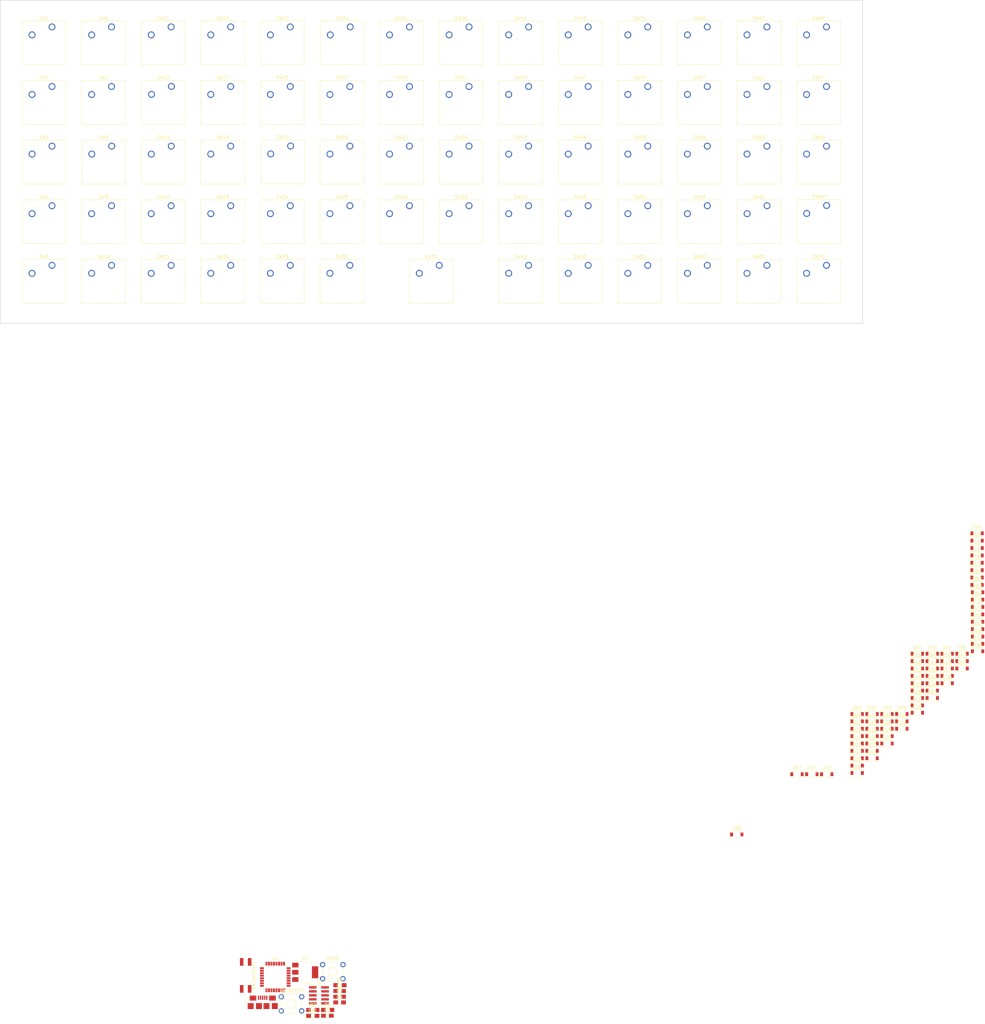
<source format=kicad_pcb>
(kicad_pcb (version 20171130) (host pcbnew 5.0.0-rc2-unknown-f785d27~65~ubuntu16.04.1)
  (layers (0 F.Cu signal) (31 B.Cu signal) (34 B.Paste user) (35 F.Paste user) (36 B.SilkS user) (37 F.SilkS user) (38 B.Mask user) (39 F.Mask user) (44 Edge.Cuts user))
  (net 0 "")
  (net 1 GND)
  (net 2 +3V3)
  (net 3 "Net-(D1-Pad2)")
  (net 4 /COL0)
  (net 5 "Net-(D2-Pad2)")
  (net 6 "Net-(D3-Pad2)")
  (net 7 "Net-(D4-Pad2)")
  (net 8 "Net-(D5-Pad2)")
  (net 9 "Net-(D6-Pad2)")
  (net 10 /COL1)
  (net 11 "Net-(D7-Pad2)")
  (net 12 "Net-(D8-Pad2)")
  (net 13 "Net-(D9-Pad2)")
  (net 14 "Net-(D10-Pad2)")
  (net 15 "Net-(D11-Pad2)")
  (net 16 /COL2)
  (net 17 "Net-(D12-Pad2)")
  (net 18 "Net-(D13-Pad2)")
  (net 19 "Net-(D14-Pad2)")
  (net 20 "Net-(D15-Pad2)")
  (net 21 "Net-(D16-Pad2)")
  (net 22 /COL3)
  (net 23 "Net-(D17-Pad2)")
  (net 24 "Net-(D18-Pad2)")
  (net 25 "Net-(D19-Pad2)")
  (net 26 "Net-(D20-Pad2)")
  (net 27 "Net-(D21-Pad2)")
  (net 28 "Net-(D22-Pad2)")
  (net 29 /COL4)
  (net 30 "Net-(D23-Pad2)")
  (net 31 "Net-(D24-Pad2)")
  (net 32 "Net-(D25-Pad2)")
  (net 33 "Net-(D26-Pad2)")
  (net 34 /COL5)
  (net 35 "Net-(D27-Pad2)")
  (net 36 "Net-(D28-Pad2)")
  (net 37 "Net-(D29-Pad2)")
  (net 38 "Net-(D30-Pad2)")
  (net 39 "Net-(D31-Pad2)")
  (net 40 /COL6)
  (net 41 "Net-(D32-Pad2)")
  (net 42 "Net-(D33-Pad2)")
  (net 43 "Net-(D34-Pad2)")
  (net 44 "Net-(D35-Pad2)")
  (net 45 "Net-(D36-Pad2)")
  (net 46 /COL7)
  (net 47 "Net-(D37-Pad2)")
  (net 48 "Net-(D38-Pad2)")
  (net 49 "Net-(D39-Pad2)")
  (net 50 "Net-(D40-Pad2)")
  (net 51 "Net-(D41-Pad2)")
  (net 52 "Net-(D42-Pad1)")
  (net 53 "Net-(D42-Pad2)")
  (net 54 "Net-(D43-Pad2)")
  (net 55 "Net-(D44-Pad2)")
  (net 56 "Net-(D45-Pad2)")
  (net 57 "Net-(D46-Pad2)")
  (net 58 "Net-(D47-Pad2)")
  (net 59 /COL9)
  (net 60 "Net-(D48-Pad2)")
  (net 61 "Net-(D49-Pad2)")
  (net 62 "Net-(D50-Pad2)")
  (net 63 "Net-(D51-Pad2)")
  (net 64 "Net-(D52-Pad2)")
  (net 65 /COL10)
  (net 66 "Net-(D53-Pad2)")
  (net 67 "Net-(D54-Pad2)")
  (net 68 "Net-(D55-Pad2)")
  (net 69 "Net-(D56-Pad2)")
  (net 70 /COL11)
  (net 71 "Net-(D57-Pad2)")
  (net 72 "Net-(D58-Pad2)")
  (net 73 "Net-(D59-Pad2)")
  (net 74 "Net-(D60-Pad2)")
  (net 75 "Net-(D61-Pad2)")
  (net 76 "Net-(D62-Pad2)")
  (net 77 /COL12)
  (net 78 "Net-(D63-Pad2)")
  (net 79 "Net-(D64-Pad2)")
  (net 80 "Net-(D65-Pad2)")
  (net 81 "Net-(D66-Pad2)")
  (net 82 "Net-(D67-Pad2)")
  (net 83 /COL13)
  (net 84 "Net-(D68-Pad2)")
  (net 85 "Net-(D69-Pad2)")
  (net 86 "Net-(D70-Pad2)")
  (net 87 "Net-(D71-Pad2)")
  (net 88 /VBUS)
  (net 89 "Net-(J1-Pad2)")
  (net 90 "Net-(J1-Pad3)")
  (net 91 "Net-(J1-Pad4)")
  (net 92 "Net-(R1-Pad1)")
  (net 93 /ROW0)
  (net 94 /ROW1)
  (net 95 /ROW2)
  (net 96 /ROW3)
  (net 97 /ROW4)
  (net 98 "Net-(SW40-Pad2)")
  (net 99 "Net-(SW_LAYOUT1-Pad3)")
  (net 100 "Net-(SW_LAYOUT1-Pad4)")
  (net 101 "Net-(J2-Pad10)")
  (net 102 "Net-(J2-Pad8)")
  (net 103 "Net-(J2-Pad7)")
  (net 104 "Net-(J2-Pad6)")
  (net 105 /SWCLK)
  (net 106 /SWDIO)
  (net 107 /COL8)
  (net 108 "Net-(J1-Pad6)")
  (module Capacitors_SMD:C_0805_HandSoldering (layer F.Cu) (at 134.735001 336.300001)
    (fp_text reference C1 (at 0 -1.75) (layer F.SilkS))
    (fp_text value 0.1uf)
    (pad 1 smd rect (at -1.25 0) (size 1.5 1.25) (layers F.Cu F.Paste F.Mask) (net 2 +3V3))
    (pad 2 smd rect (at 1.25 0) (size 1.5 1.25) (layers F.Cu F.Paste F.Mask) (net 1 GND))
  )
  (module Capacitors_SMD:C_0805_HandSoldering (layer F.Cu) (at 134.735001 338.120001)
    (fp_text reference C2 (at 0 -1.75) (layer F.SilkS))
    (fp_text value 0.1uf)
    (pad 2 smd rect (at 1.25 0) (size 1.5 1.25) (layers F.Cu F.Paste F.Mask) (net 1 GND))
    (pad 1 smd rect (at -1.25 0) (size 1.5 1.25) (layers F.Cu F.Paste F.Mask) (net 2 +3V3))
  )
  (module Capacitors_SMD:C_0805_HandSoldering (layer F.Cu) (at 130.835001 344.170001)
    (fp_text reference C3 (at 0 -1.75) (layer F.SilkS))
    (fp_text value 0.1uf)
    (pad 1 smd rect (at -1.25 0) (size 1.5 1.25) (layers F.Cu F.Paste F.Mask) (net 2 +3V3))
    (pad 2 smd rect (at 1.25 0) (size 1.5 1.25) (layers F.Cu F.Paste F.Mask) (net 1 GND))
  )
  (module Capacitors_SMD:C_0805_HandSoldering (layer F.Cu) (at 134.735001 339.940001)
    (fp_text reference C4 (at 0 -1.75) (layer F.SilkS))
    (fp_text value 4.7uf)
    (pad 2 smd rect (at 1.25 0) (size 1.5 1.25) (layers F.Cu F.Paste F.Mask) (net 1 GND))
    (pad 1 smd rect (at -1.25 0) (size 1.5 1.25) (layers F.Cu F.Paste F.Mask) (net 2 +3V3))
  )
  (module LEDs:LED_0805_HandSoldering (layer F.Cu) (at 130.935001 342.335001)
    (fp_text reference D1 (at 0 -1.7) (layer F.SilkS))
    (fp_text value LED)
    (pad 2 smd rect (at 1.35 0) (size 1.5 1.3) (layers F.Cu F.Paste F.Mask) (net 3 "Net-(D1-Pad2)"))
    (pad 1 smd rect (at -1.35 0) (size 1.5 1.3) (layers F.Cu F.Paste F.Mask) (net 1 GND))
  )
  (module Diodes_SMD:D_SOD-123 (layer F.Cu) (at 314.035001 250.355001)
    (fp_text reference D2 (at 0 -2) (layer F.SilkS))
    (fp_text value D)
    (pad 2 smd rect (at 1.65 0) (size 0.9 1.2) (layers F.Cu F.Paste F.Mask) (net 5 "Net-(D2-Pad2)"))
    (pad 1 smd rect (at -1.65 0) (size 0.9 1.2) (layers F.Cu F.Paste F.Mask) (net 4 /COL0))
  )
  (module Diodes_SMD:D_SOD-123 (layer F.Cu) (at 338.035001 192.755001)
    (fp_text reference D3 (at 0 -2) (layer F.SilkS))
    (fp_text value D)
    (pad 1 smd rect (at -1.65 0) (size 0.9 1.2) (layers F.Cu F.Paste F.Mask) (net 4 /COL0))
    (pad 2 smd rect (at 1.65 0) (size 0.9 1.2) (layers F.Cu F.Paste F.Mask) (net 6 "Net-(D3-Pad2)"))
  )
  (module Diodes_SMD:D_SOD-123 (layer F.Cu) (at 338.035001 195.105001)
    (fp_text reference D4 (at 0 -2) (layer F.SilkS))
    (fp_text value D)
    (pad 1 smd rect (at -1.65 0) (size 0.9 1.2) (layers F.Cu F.Paste F.Mask) (net 4 /COL0))
    (pad 2 smd rect (at 1.65 0) (size 0.9 1.2) (layers F.Cu F.Paste F.Mask) (net 7 "Net-(D4-Pad2)"))
  )
  (module Diodes_SMD:D_SOD-123 (layer F.Cu) (at 338.035001 197.455001)
    (fp_text reference D5 (at 0 -2) (layer F.SilkS))
    (fp_text value D)
    (pad 2 smd rect (at 1.65 0) (size 0.9 1.2) (layers F.Cu F.Paste F.Mask) (net 8 "Net-(D5-Pad2)"))
    (pad 1 smd rect (at -1.65 0) (size 0.9 1.2) (layers F.Cu F.Paste F.Mask) (net 4 /COL0))
  )
  (module Diodes_SMD:D_SOD-123 (layer F.Cu) (at 338.035001 199.805001)
    (fp_text reference D6 (at 0 -2) (layer F.SilkS))
    (fp_text value D)
    (pad 2 smd rect (at 1.65 0) (size 0.9 1.2) (layers F.Cu F.Paste F.Mask) (net 9 "Net-(D6-Pad2)"))
    (pad 1 smd rect (at -1.65 0) (size 0.9 1.2) (layers F.Cu F.Paste F.Mask) (net 4 /COL0))
  )
  (module Diodes_SMD:D_SOD-123 (layer F.Cu) (at 328.485001 235.855001)
    (fp_text reference D7 (at 0 -2) (layer F.SilkS))
    (fp_text value D)
    (pad 2 smd rect (at 1.65 0) (size 0.9 1.2) (layers F.Cu F.Paste F.Mask) (net 11 "Net-(D7-Pad2)"))
    (pad 1 smd rect (at -1.65 0) (size 0.9 1.2) (layers F.Cu F.Paste F.Mask) (net 10 /COL1))
  )
  (module Diodes_SMD:D_SOD-123 (layer F.Cu) (at 333.235001 228.805001)
    (fp_text reference D8 (at 0 -2) (layer F.SilkS))
    (fp_text value D)
    (pad 2 smd rect (at 1.65 0) (size 0.9 1.2) (layers F.Cu F.Paste F.Mask) (net 12 "Net-(D8-Pad2)"))
    (pad 1 smd rect (at -1.65 0) (size 0.9 1.2) (layers F.Cu F.Paste F.Mask) (net 10 /COL1))
  )
  (module Diodes_SMD:D_SOD-123 (layer F.Cu) (at 299.785001 266.805001)
    (fp_text reference D9 (at 0 -2) (layer F.SilkS))
    (fp_text value D)
    (pad 2 smd rect (at 1.65 0) (size 0.9 1.2) (layers F.Cu F.Paste F.Mask) (net 13 "Net-(D9-Pad2)"))
    (pad 1 smd rect (at -1.65 0) (size 0.9 1.2) (layers F.Cu F.Paste F.Mask) (net 10 /COL1))
  )
  (module Diodes_SMD:D_SOD-123 (layer F.Cu) (at 299.785001 264.455001)
    (fp_text reference D10 (at 0 -2) (layer F.SilkS))
    (fp_text value D)
    (pad 2 smd rect (at 1.65 0) (size 0.9 1.2) (layers F.Cu F.Paste F.Mask) (net 14 "Net-(D10-Pad2)"))
    (pad 1 smd rect (at -1.65 0) (size 0.9 1.2) (layers F.Cu F.Paste F.Mask) (net 10 /COL1))
  )
  (module Diodes_SMD:D_SOD-123 (layer F.Cu) (at 304.535001 262.105001)
    (fp_text reference D11 (at 0 -2) (layer F.SilkS))
    (fp_text value D)
    (pad 1 smd rect (at -1.65 0) (size 0.9 1.2) (layers F.Cu F.Paste F.Mask) (net 10 /COL1))
    (pad 2 smd rect (at 1.65 0) (size 0.9 1.2) (layers F.Cu F.Paste F.Mask) (net 15 "Net-(D11-Pad2)"))
  )
  (module Diodes_SMD:D_SOD-123 (layer F.Cu) (at 299.785001 262.105001)
    (fp_text reference D12 (at 0 -2) (layer F.SilkS))
    (fp_text value D)
    (pad 1 smd rect (at -1.65 0) (size 0.9 1.2) (layers F.Cu F.Paste F.Mask) (net 16 /COL2))
    (pad 2 smd rect (at 1.65 0) (size 0.9 1.2) (layers F.Cu F.Paste F.Mask) (net 17 "Net-(D12-Pad2)"))
  )
  (module Diodes_SMD:D_SOD-123 (layer F.Cu) (at 304.535001 259.755001)
    (fp_text reference D13 (at 0 -2) (layer F.SilkS))
    (fp_text value D)
    (pad 1 smd rect (at -1.65 0) (size 0.9 1.2) (layers F.Cu F.Paste F.Mask) (net 16 /COL2))
    (pad 2 smd rect (at 1.65 0) (size 0.9 1.2) (layers F.Cu F.Paste F.Mask) (net 18 "Net-(D13-Pad2)"))
  )
  (module Diodes_SMD:D_SOD-123 (layer F.Cu) (at 299.785001 259.755001)
    (fp_text reference D14 (at 0 -2) (layer F.SilkS))
    (fp_text value D)
    (pad 2 smd rect (at 1.65 0) (size 0.9 1.2) (layers F.Cu F.Paste F.Mask) (net 19 "Net-(D14-Pad2)"))
    (pad 1 smd rect (at -1.65 0) (size 0.9 1.2) (layers F.Cu F.Paste F.Mask) (net 16 /COL2))
  )
  (module Diodes_SMD:D_SOD-123 (layer F.Cu) (at 299.785001 252.705001)
    (fp_text reference D15 (at 0 -2) (layer F.SilkS))
    (fp_text value D)
    (pad 1 smd rect (at -1.65 0) (size 0.9 1.2) (layers F.Cu F.Paste F.Mask) (net 16 /COL2))
    (pad 2 smd rect (at 1.65 0) (size 0.9 1.2) (layers F.Cu F.Paste F.Mask) (net 20 "Net-(D15-Pad2)"))
  )
  (module Diodes_SMD:D_SOD-123 (layer F.Cu) (at 304.535001 257.405001)
    (fp_text reference D16 (at 0 -2) (layer F.SilkS))
    (fp_text value D)
    (pad 1 smd rect (at -1.65 0) (size 0.9 1.2) (layers F.Cu F.Paste F.Mask) (net 16 /COL2))
    (pad 2 smd rect (at 1.65 0) (size 0.9 1.2) (layers F.Cu F.Paste F.Mask) (net 21 "Net-(D16-Pad2)"))
  )
  (module Diodes_SMD:D_SOD-123 (layer F.Cu) (at 285.335001 267.205001)
    (fp_text reference D17 (at 0 -2) (layer F.SilkS))
    (fp_text value D)
    (pad 2 smd rect (at 1.65 0) (size 0.9 1.2) (layers F.Cu F.Paste F.Mask) (net 23 "Net-(D17-Pad2)"))
    (pad 1 smd rect (at -1.65 0) (size 0.9 1.2) (layers F.Cu F.Paste F.Mask) (net 22 /COL3))
  )
  (module Diodes_SMD:D_SOD-123 (layer F.Cu) (at 309.285001 255.055001)
    (fp_text reference D18 (at 0 -2) (layer F.SilkS))
    (fp_text value D)
    (pad 2 smd rect (at 1.65 0) (size 0.9 1.2) (layers F.Cu F.Paste F.Mask) (net 24 "Net-(D18-Pad2)"))
    (pad 1 smd rect (at -1.65 0) (size 0.9 1.2) (layers F.Cu F.Paste F.Mask) (net 22 /COL3))
  )
  (module Diodes_SMD:D_SOD-123 (layer F.Cu) (at 304.535001 255.055001)
    (fp_text reference D19 (at 0 -2) (layer F.SilkS))
    (fp_text value D)
    (pad 1 smd rect (at -1.65 0) (size 0.9 1.2) (layers F.Cu F.Paste F.Mask) (net 22 /COL3))
    (pad 2 smd rect (at 1.65 0) (size 0.9 1.2) (layers F.Cu F.Paste F.Mask) (net 25 "Net-(D19-Pad2)"))
  )
  (module Diodes_SMD:D_SOD-123 (layer F.Cu) (at 299.785001 255.055001)
    (fp_text reference D20 (at 0 -2) (layer F.SilkS))
    (fp_text value D)
    (pad 2 smd rect (at 1.65 0) (size 0.9 1.2) (layers F.Cu F.Paste F.Mask) (net 26 "Net-(D20-Pad2)"))
    (pad 1 smd rect (at -1.65 0) (size 0.9 1.2) (layers F.Cu F.Paste F.Mask) (net 22 /COL3))
  )
  (module Diodes_SMD:D_SOD-123 (layer F.Cu) (at 314.035001 252.705001)
    (fp_text reference D21 (at 0 -2) (layer F.SilkS))
    (fp_text value D)
    (pad 1 smd rect (at -1.65 0) (size 0.9 1.2) (layers F.Cu F.Paste F.Mask) (net 22 /COL3))
    (pad 2 smd rect (at 1.65 0) (size 0.9 1.2) (layers F.Cu F.Paste F.Mask) (net 27 "Net-(D21-Pad2)"))
  )
  (module Diodes_SMD:D_SOD-123 (layer F.Cu) (at 309.285001 252.705001)
    (fp_text reference D22 (at 0 -2) (layer F.SilkS))
    (fp_text value D)
    (pad 2 smd rect (at 1.65 0) (size 0.9 1.2) (layers F.Cu F.Paste F.Mask) (net 28 "Net-(D22-Pad2)"))
    (pad 1 smd rect (at -1.65 0) (size 0.9 1.2) (layers F.Cu F.Paste F.Mask) (net 29 /COL4))
  )
  (module Diodes_SMD:D_SOD-123 (layer F.Cu) (at 304.535001 252.705001)
    (fp_text reference D23 (at 0 -2) (layer F.SilkS))
    (fp_text value D)
    (pad 1 smd rect (at -1.65 0) (size 0.9 1.2) (layers F.Cu F.Paste F.Mask) (net 29 /COL4))
    (pad 2 smd rect (at 1.65 0) (size 0.9 1.2) (layers F.Cu F.Paste F.Mask) (net 30 "Net-(D23-Pad2)"))
  )
  (module Diodes_SMD:D_SOD-123 (layer F.Cu) (at 309.285001 257.405001)
    (fp_text reference D24 (at 0 -2) (layer F.SilkS))
    (fp_text value D)
    (pad 2 smd rect (at 1.65 0) (size 0.9 1.2) (layers F.Cu F.Paste F.Mask) (net 31 "Net-(D24-Pad2)"))
    (pad 1 smd rect (at -1.65 0) (size 0.9 1.2) (layers F.Cu F.Paste F.Mask) (net 29 /COL4))
  )
  (module Diodes_SMD:D_SOD-123 (layer F.Cu) (at 338.185001 216.255001)
    (fp_text reference D25 (at 0 -2) (layer F.SilkS))
    (fp_text value D)
    (pad 2 smd rect (at 1.65 0) (size 0.9 1.2) (layers F.Cu F.Paste F.Mask) (net 32 "Net-(D25-Pad2)"))
    (pad 1 smd rect (at -1.65 0) (size 0.9 1.2) (layers F.Cu F.Paste F.Mask) (net 29 /COL4))
  )
  (module Diodes_SMD:D_SOD-123 (layer F.Cu) (at 318.985001 242.905001)
    (fp_text reference D26 (at 0 -2) (layer F.SilkS))
    (fp_text value D)
    (pad 1 smd rect (at -1.65 0) (size 0.9 1.2) (layers F.Cu F.Paste F.Mask) (net 29 /COL4))
    (pad 2 smd rect (at 1.65 0) (size 0.9 1.2) (layers F.Cu F.Paste F.Mask) (net 33 "Net-(D26-Pad2)"))
  )
  (module Diodes_SMD:D_SOD-123 (layer F.Cu) (at 304.535001 250.355001)
    (fp_text reference D27 (at 0 -2) (layer F.SilkS))
    (fp_text value D)
    (pad 1 smd rect (at -1.65 0) (size 0.9 1.2) (layers F.Cu F.Paste F.Mask) (net 34 /COL5))
    (pad 2 smd rect (at 1.65 0) (size 0.9 1.2) (layers F.Cu F.Paste F.Mask) (net 35 "Net-(D27-Pad2)"))
  )
  (module Diodes_SMD:D_SOD-123 (layer F.Cu) (at 299.785001 250.355001)
    (fp_text reference D28 (at 0 -2) (layer F.SilkS))
    (fp_text value D)
    (pad 2 smd rect (at 1.65 0) (size 0.9 1.2) (layers F.Cu F.Paste F.Mask) (net 36 "Net-(D28-Pad2)"))
    (pad 1 smd rect (at -1.65 0) (size 0.9 1.2) (layers F.Cu F.Paste F.Mask) (net 34 /COL5))
  )
  (module Diodes_SMD:D_SOD-123 (layer F.Cu) (at 314.035001 248.005001)
    (fp_text reference D29 (at 0 -2) (layer F.SilkS))
    (fp_text value D)
    (pad 2 smd rect (at 1.65 0) (size 0.9 1.2) (layers F.Cu F.Paste F.Mask) (net 37 "Net-(D29-Pad2)"))
    (pad 1 smd rect (at -1.65 0) (size 0.9 1.2) (layers F.Cu F.Paste F.Mask) (net 34 /COL5))
  )
  (module Diodes_SMD:D_SOD-123 (layer F.Cu) (at 309.285001 248.005001)
    (fp_text reference D30 (at 0 -2) (layer F.SilkS))
    (fp_text value D)
    (pad 1 smd rect (at -1.65 0) (size 0.9 1.2) (layers F.Cu F.Paste F.Mask) (net 34 /COL5))
    (pad 2 smd rect (at 1.65 0) (size 0.9 1.2) (layers F.Cu F.Paste F.Mask) (net 38 "Net-(D30-Pad2)"))
  )
  (module Diodes_SMD:D_SOD-123 (layer F.Cu) (at 304.535001 248.005001)
    (fp_text reference D31 (at 0 -2) (layer F.SilkS))
    (fp_text value D)
    (pad 1 smd rect (at -1.65 0) (size 0.9 1.2) (layers F.Cu F.Paste F.Mask) (net 34 /COL5))
    (pad 2 smd rect (at 1.65 0) (size 0.9 1.2) (layers F.Cu F.Paste F.Mask) (net 39 "Net-(D31-Pad2)"))
  )
  (module Diodes_SMD:D_SOD-123 (layer F.Cu) (at 318.985001 247.605001)
    (fp_text reference D32 (at 0 -2) (layer F.SilkS))
    (fp_text value D)
    (pad 1 smd rect (at -1.65 0) (size 0.9 1.2) (layers F.Cu F.Paste F.Mask) (net 40 /COL6))
    (pad 2 smd rect (at 1.65 0) (size 0.9 1.2) (layers F.Cu F.Paste F.Mask) (net 41 "Net-(D32-Pad2)"))
  )
  (module Diodes_SMD:D_SOD-123 (layer F.Cu) (at 323.735001 235.855001)
    (fp_text reference D33 (at 0 -2) (layer F.SilkS))
    (fp_text value D)
    (pad 1 smd rect (at -1.65 0) (size 0.9 1.2) (layers F.Cu F.Paste F.Mask) (net 40 /COL6))
    (pad 2 smd rect (at 1.65 0) (size 0.9 1.2) (layers F.Cu F.Paste F.Mask) (net 42 "Net-(D33-Pad2)"))
  )
  (module Diodes_SMD:D_SOD-123 (layer F.Cu) (at 323.735001 242.905001)
    (fp_text reference D34 (at 0 -2) (layer F.SilkS))
    (fp_text value D)
    (pad 1 smd rect (at -1.65 0) (size 0.9 1.2) (layers F.Cu F.Paste F.Mask) (net 40 /COL6))
    (pad 2 smd rect (at 1.65 0) (size 0.9 1.2) (layers F.Cu F.Paste F.Mask) (net 43 "Net-(D34-Pad2)"))
  )
  (module Diodes_SMD:D_SOD-123 (layer F.Cu) (at 309.285001 250.355001)
    (fp_text reference D35 (at 0 -2) (layer F.SilkS))
    (fp_text value D)
    (pad 2 smd rect (at 1.65 0) (size 0.9 1.2) (layers F.Cu F.Paste F.Mask) (net 44 "Net-(D35-Pad2)"))
    (pad 1 smd rect (at -1.65 0) (size 0.9 1.2) (layers F.Cu F.Paste F.Mask) (net 40 /COL6))
  )
  (module Diodes_SMD:D_SOD-123 (layer F.Cu) (at 323.735001 240.555001)
    (fp_text reference D36 (at 0 -2) (layer F.SilkS))
    (fp_text value D)
    (pad 2 smd rect (at 1.65 0) (size 0.9 1.2) (layers F.Cu F.Paste F.Mask) (net 45 "Net-(D36-Pad2)"))
    (pad 1 smd rect (at -1.65 0) (size 0.9 1.2) (layers F.Cu F.Paste F.Mask) (net 40 /COL6))
  )
  (module Diodes_SMD:D_SOD-123 (layer F.Cu) (at 318.985001 240.555001)
    (fp_text reference D37 (at 0 -2) (layer F.SilkS))
    (fp_text value D)
    (pad 1 smd rect (at -1.65 0) (size 0.9 1.2) (layers F.Cu F.Paste F.Mask) (net 46 /COL7))
    (pad 2 smd rect (at 1.65 0) (size 0.9 1.2) (layers F.Cu F.Paste F.Mask) (net 47 "Net-(D37-Pad2)"))
  )
  (module Diodes_SMD:D_SOD-123 (layer F.Cu) (at 328.485001 238.205001)
    (fp_text reference D38 (at 0 -2) (layer F.SilkS))
    (fp_text value D)
    (pad 2 smd rect (at 1.65 0) (size 0.9 1.2) (layers F.Cu F.Paste F.Mask) (net 48 "Net-(D38-Pad2)"))
    (pad 1 smd rect (at -1.65 0) (size 0.9 1.2) (layers F.Cu F.Paste F.Mask) (net 46 /COL7))
  )
  (module Diodes_SMD:D_SOD-123 (layer F.Cu) (at 323.735001 238.205001)
    (fp_text reference D39 (at 0 -2) (layer F.SilkS))
    (fp_text value D)
    (pad 2 smd rect (at 1.65 0) (size 0.9 1.2) (layers F.Cu F.Paste F.Mask) (net 49 "Net-(D39-Pad2)"))
    (pad 1 smd rect (at -1.65 0) (size 0.9 1.2) (layers F.Cu F.Paste F.Mask) (net 46 /COL7))
  )
  (module Diodes_SMD:D_SOD-123 (layer F.Cu) (at 318.985001 238.205001)
    (fp_text reference D40 (at 0 -2) (layer F.SilkS))
    (fp_text value D)
    (pad 1 smd rect (at -1.65 0) (size 0.9 1.2) (layers F.Cu F.Paste F.Mask) (net 46 /COL7))
    (pad 2 smd rect (at 1.65 0) (size 0.9 1.2) (layers F.Cu F.Paste F.Mask) (net 50 "Net-(D40-Pad2)"))
  )
  (module LEDs:LED_0805_HandSoldering (layer F.Cu) (at 126.185001 344.215001)
    (fp_text reference D41 (at 0 -1.7) (layer F.SilkS))
    (fp_text value STATUS_LED)
    (pad 1 smd rect (at -1.35 0) (size 1.5 1.3) (layers F.Cu F.Paste F.Mask) (net 1 GND))
    (pad 2 smd rect (at 1.35 0) (size 1.5 1.3) (layers F.Cu F.Paste F.Mask) (net 51 "Net-(D41-Pad2)"))
  )
  (module Diodes_SMD:D_SOD-123 (layer F.Cu) (at 318.985001 245.255001)
    (fp_text reference D42 (at 0 -2) (layer F.SilkS))
    (fp_text value D)
    (pad 1 smd rect (at -1.65 0) (size 0.9 1.2) (layers F.Cu F.Paste F.Mask) (net 52 "Net-(D42-Pad1)"))
    (pad 2 smd rect (at 1.65 0) (size 0.9 1.2) (layers F.Cu F.Paste F.Mask) (net 53 "Net-(D42-Pad2)"))
  )
  (module Diodes_SMD:D_SOD-123 (layer F.Cu) (at 290.085001 267.205001)
    (fp_text reference D43 (at 0 -2) (layer F.SilkS))
    (fp_text value D)
    (pad 2 smd rect (at 1.65 0) (size 0.9 1.2) (layers F.Cu F.Paste F.Mask) (net 54 "Net-(D43-Pad2)"))
    (pad 1 smd rect (at -1.65 0) (size 0.9 1.2) (layers F.Cu F.Paste F.Mask) (net 52 "Net-(D42-Pad1)"))
  )
  (module Diodes_SMD:D_SOD-123 (layer F.Cu) (at 299.785001 257.405001)
    (fp_text reference D44 (at 0 -2) (layer F.SilkS))
    (fp_text value D)
    (pad 2 smd rect (at 1.65 0) (size 0.9 1.2) (layers F.Cu F.Paste F.Mask) (net 55 "Net-(D44-Pad2)"))
    (pad 1 smd rect (at -1.65 0) (size 0.9 1.2) (layers F.Cu F.Paste F.Mask) (net 52 "Net-(D42-Pad1)"))
  )
  (module Diodes_SMD:D_SOD-123 (layer F.Cu) (at 333.235001 233.505001)
    (fp_text reference D45 (at 0 -2) (layer F.SilkS))
    (fp_text value D)
    (pad 1 smd rect (at -1.65 0) (size 0.9 1.2) (layers F.Cu F.Paste F.Mask) (net 52 "Net-(D42-Pad1)"))
    (pad 2 smd rect (at 1.65 0) (size 0.9 1.2) (layers F.Cu F.Paste F.Mask) (net 56 "Net-(D45-Pad2)"))
  )
  (module Diodes_SMD:D_SOD-123 (layer F.Cu) (at 328.485001 233.505001)
    (fp_text reference D46 (at 0 -2) (layer F.SilkS))
    (fp_text value D)
    (pad 1 smd rect (at -1.65 0) (size 0.9 1.2) (layers F.Cu F.Paste F.Mask) (net 52 "Net-(D42-Pad1)"))
    (pad 2 smd rect (at 1.65 0) (size 0.9 1.2) (layers F.Cu F.Paste F.Mask) (net 57 "Net-(D46-Pad2)"))
  )
  (module Diodes_SMD:D_SOD-123 (layer F.Cu) (at 323.735001 233.505001)
    (fp_text reference D47 (at 0 -2) (layer F.SilkS))
    (fp_text value D)
    (pad 2 smd rect (at 1.65 0) (size 0.9 1.2) (layers F.Cu F.Paste F.Mask) (net 58 "Net-(D47-Pad2)"))
    (pad 1 smd rect (at -1.65 0) (size 0.9 1.2) (layers F.Cu F.Paste F.Mask) (net 59 /COL9))
  )
  (module Diodes_SMD:D_SOD-123 (layer F.Cu) (at 318.985001 233.505001)
    (fp_text reference D48 (at 0 -2) (layer F.SilkS))
    (fp_text value D)
    (pad 2 smd rect (at 1.65 0) (size 0.9 1.2) (layers F.Cu F.Paste F.Mask) (net 60 "Net-(D48-Pad2)"))
    (pad 1 smd rect (at -1.65 0) (size 0.9 1.2) (layers F.Cu F.Paste F.Mask) (net 59 /COL9))
  )
  (module Diodes_SMD:D_SOD-123 (layer F.Cu) (at 333.235001 231.155001)
    (fp_text reference D49 (at 0 -2) (layer F.SilkS))
    (fp_text value D)
    (pad 2 smd rect (at 1.65 0) (size 0.9 1.2) (layers F.Cu F.Paste F.Mask) (net 61 "Net-(D49-Pad2)"))
    (pad 1 smd rect (at -1.65 0) (size 0.9 1.2) (layers F.Cu F.Paste F.Mask) (net 59 /COL9))
  )
  (module Diodes_SMD:D_SOD-123 (layer F.Cu) (at 328.485001 231.155001)
    (fp_text reference D50 (at 0 -2) (layer F.SilkS))
    (fp_text value D)
    (pad 1 smd rect (at -1.65 0) (size 0.9 1.2) (layers F.Cu F.Paste F.Mask) (net 59 /COL9))
    (pad 2 smd rect (at 1.65 0) (size 0.9 1.2) (layers F.Cu F.Paste F.Mask) (net 62 "Net-(D50-Pad2)"))
  )
  (module Diodes_SMD:D_SOD-123 (layer F.Cu) (at 338.185001 218.605001)
    (fp_text reference D51 (at 0 -2) (layer F.SilkS))
    (fp_text value D)
    (pad 2 smd rect (at 1.65 0) (size 0.9 1.2) (layers F.Cu F.Paste F.Mask) (net 63 "Net-(D51-Pad2)"))
    (pad 1 smd rect (at -1.65 0) (size 0.9 1.2) (layers F.Cu F.Paste F.Mask) (net 59 /COL9))
  )
  (module Diodes_SMD:D_SOD-123 (layer F.Cu) (at 318.985001 231.155001)
    (fp_text reference D52 (at 0 -2) (layer F.SilkS))
    (fp_text value D)
    (pad 2 smd rect (at 1.65 0) (size 0.9 1.2) (layers F.Cu F.Paste F.Mask) (net 64 "Net-(D52-Pad2)"))
    (pad 1 smd rect (at -1.65 0) (size 0.9 1.2) (layers F.Cu F.Paste F.Mask) (net 65 /COL10))
  )
  (module Diodes_SMD:D_SOD-123 (layer F.Cu) (at 318.985001 235.855001)
    (fp_text reference D53 (at 0 -2) (layer F.SilkS))
    (fp_text value D)
    (pad 1 smd rect (at -1.65 0) (size 0.9 1.2) (layers F.Cu F.Paste F.Mask) (net 65 /COL10))
    (pad 2 smd rect (at 1.65 0) (size 0.9 1.2) (layers F.Cu F.Paste F.Mask) (net 66 "Net-(D53-Pad2)"))
  )
  (module Diodes_SMD:D_SOD-123 (layer F.Cu) (at 328.485001 228.805001)
    (fp_text reference D54 (at 0 -2) (layer F.SilkS))
    (fp_text value D)
    (pad 1 smd rect (at -1.65 0) (size 0.9 1.2) (layers F.Cu F.Paste F.Mask) (net 65 /COL10))
    (pad 2 smd rect (at 1.65 0) (size 0.9 1.2) (layers F.Cu F.Paste F.Mask) (net 67 "Net-(D54-Pad2)"))
  )
  (module Diodes_SMD:D_SOD-123 (layer F.Cu) (at 323.735001 228.805001)
    (fp_text reference D55 (at 0 -2) (layer F.SilkS))
    (fp_text value D)
    (pad 1 smd rect (at -1.65 0) (size 0.9 1.2) (layers F.Cu F.Paste F.Mask) (net 65 /COL10))
    (pad 2 smd rect (at 1.65 0) (size 0.9 1.2) (layers F.Cu F.Paste F.Mask) (net 68 "Net-(D55-Pad2)"))
  )
  (module Diodes_SMD:D_SOD-123 (layer F.Cu) (at 338.185001 228.005001)
    (fp_text reference D56 (at 0 -2) (layer F.SilkS))
    (fp_text value D)
    (pad 1 smd rect (at -1.65 0) (size 0.9 1.2) (layers F.Cu F.Paste F.Mask) (net 65 /COL10))
    (pad 2 smd rect (at 1.65 0) (size 0.9 1.2) (layers F.Cu F.Paste F.Mask) (net 69 "Net-(D56-Pad2)"))
  )
  (module Diodes_SMD:D_SOD-123 (layer F.Cu) (at 338.185001 225.655001)
    (fp_text reference D57 (at 0 -2) (layer F.SilkS))
    (fp_text value D)
    (pad 1 smd rect (at -1.65 0) (size 0.9 1.2) (layers F.Cu F.Paste F.Mask) (net 70 /COL11))
    (pad 2 smd rect (at 1.65 0) (size 0.9 1.2) (layers F.Cu F.Paste F.Mask) (net 71 "Net-(D57-Pad2)"))
  )
  (module Diodes_SMD:D_SOD-123 (layer F.Cu) (at 338.185001 223.305001)
    (fp_text reference D58 (at 0 -2) (layer F.SilkS))
    (fp_text value D)
    (pad 2 smd rect (at 1.65 0) (size 0.9 1.2) (layers F.Cu F.Paste F.Mask) (net 72 "Net-(D58-Pad2)"))
    (pad 1 smd rect (at -1.65 0) (size 0.9 1.2) (layers F.Cu F.Paste F.Mask) (net 70 /COL11))
  )
  (module Diodes_SMD:D_SOD-123 (layer F.Cu) (at 338.185001 220.955001)
    (fp_text reference D59 (at 0 -2) (layer F.SilkS))
    (fp_text value D)
    (pad 2 smd rect (at 1.65 0) (size 0.9 1.2) (layers F.Cu F.Paste F.Mask) (net 73 "Net-(D59-Pad2)"))
    (pad 1 smd rect (at -1.65 0) (size 0.9 1.2) (layers F.Cu F.Paste F.Mask) (net 70 /COL11))
  )
  (module Diodes_SMD:D_SOD-123 (layer F.Cu) (at 323.735001 231.155001)
    (fp_text reference D60 (at 0 -2) (layer F.SilkS))
    (fp_text value D)
    (pad 1 smd rect (at -1.65 0) (size 0.9 1.2) (layers F.Cu F.Paste F.Mask) (net 70 /COL11))
    (pad 2 smd rect (at 1.65 0) (size 0.9 1.2) (layers F.Cu F.Paste F.Mask) (net 74 "Net-(D60-Pad2)"))
  )
  (module Diodes_SMD:D_SOD-123 (layer F.Cu) (at 338.035001 204.505001)
    (fp_text reference D61 (at 0 -2) (layer F.SilkS))
    (fp_text value D)
    (pad 2 smd rect (at 1.65 0) (size 0.9 1.2) (layers F.Cu F.Paste F.Mask) (net 75 "Net-(D61-Pad2)"))
    (pad 1 smd rect (at -1.65 0) (size 0.9 1.2) (layers F.Cu F.Paste F.Mask) (net 70 /COL11))
  )
  (module Diodes_SMD:D_SOD-123 (layer F.Cu) (at 338.185001 211.555001)
    (fp_text reference D62 (at 0 -2) (layer F.SilkS))
    (fp_text value D)
    (pad 2 smd rect (at 1.65 0) (size 0.9 1.2) (layers F.Cu F.Paste F.Mask) (net 76 "Net-(D62-Pad2)"))
    (pad 1 smd rect (at -1.65 0) (size 0.9 1.2) (layers F.Cu F.Paste F.Mask) (net 77 /COL12))
  )
  (module Diodes_SMD:D_SOD-123 (layer F.Cu) (at 338.185001 209.205001)
    (fp_text reference D63 (at 0 -2) (layer F.SilkS))
    (fp_text value D)
    (pad 2 smd rect (at 1.65 0) (size 0.9 1.2) (layers F.Cu F.Paste F.Mask) (net 78 "Net-(D63-Pad2)"))
    (pad 1 smd rect (at -1.65 0) (size 0.9 1.2) (layers F.Cu F.Paste F.Mask) (net 77 /COL12))
  )
  (module Diodes_SMD:D_SOD-123 (layer F.Cu) (at 318.985001 228.805001)
    (fp_text reference D64 (at 0 -2) (layer F.SilkS))
    (fp_text value D)
    (pad 1 smd rect (at -1.65 0) (size 0.9 1.2) (layers F.Cu F.Paste F.Mask) (net 77 /COL12))
    (pad 2 smd rect (at 1.65 0) (size 0.9 1.2) (layers F.Cu F.Paste F.Mask) (net 79 "Net-(D64-Pad2)"))
  )
  (module Diodes_SMD:D_SOD-123 (layer F.Cu) (at 299.785001 248.005001)
    (fp_text reference D65 (at 0 -2) (layer F.SilkS))
    (fp_text value D)
    (pad 2 smd rect (at 1.65 0) (size 0.9 1.2) (layers F.Cu F.Paste F.Mask) (net 80 "Net-(D65-Pad2)"))
    (pad 1 smd rect (at -1.65 0) (size 0.9 1.2) (layers F.Cu F.Paste F.Mask) (net 77 /COL12))
  )
  (module Diodes_SMD:D_SOD-123 (layer F.Cu) (at 338.035001 190.405001)
    (fp_text reference D66 (at 0 -2) (layer F.SilkS))
    (fp_text value D)
    (pad 1 smd rect (at -1.65 0) (size 0.9 1.2) (layers F.Cu F.Paste F.Mask) (net 77 /COL12))
    (pad 2 smd rect (at 1.65 0) (size 0.9 1.2) (layers F.Cu F.Paste F.Mask) (net 81 "Net-(D66-Pad2)"))
  )
  (module Diodes_SMD:D_SOD-123 (layer F.Cu) (at 280.585001 267.205001)
    (fp_text reference D67 (at 0 -2) (layer F.SilkS))
    (fp_text value D)
    (pad 2 smd rect (at 1.65 0) (size 0.9 1.2) (layers F.Cu F.Paste F.Mask) (net 82 "Net-(D67-Pad2)"))
    (pad 1 smd rect (at -1.65 0) (size 0.9 1.2) (layers F.Cu F.Paste F.Mask) (net 83 /COL13))
  )
  (module Diodes_SMD:D_SOD-123 (layer F.Cu) (at 261.385001 286.405001)
    (fp_text reference D68 (at 0 -2) (layer F.SilkS))
    (fp_text value D)
    (pad 1 smd rect (at -1.65 0) (size 0.9 1.2) (layers F.Cu F.Paste F.Mask) (net 83 /COL13))
    (pad 2 smd rect (at 1.65 0) (size 0.9 1.2) (layers F.Cu F.Paste F.Mask) (net 84 "Net-(D68-Pad2)"))
  )
  (module Diodes_SMD:D_SOD-123 (layer F.Cu) (at 338.035001 206.855001)
    (fp_text reference D69 (at 0 -2) (layer F.SilkS))
    (fp_text value D)
    (pad 1 smd rect (at -1.65 0) (size 0.9 1.2) (layers F.Cu F.Paste F.Mask) (net 83 /COL13))
    (pad 2 smd rect (at 1.65 0) (size 0.9 1.2) (layers F.Cu F.Paste F.Mask) (net 85 "Net-(D69-Pad2)"))
  )
  (module Diodes_SMD:D_SOD-123 (layer F.Cu) (at 338.185001 213.905001)
    (fp_text reference D70 (at 0 -2) (layer F.SilkS))
    (fp_text value D)
    (pad 1 smd rect (at -1.65 0) (size 0.9 1.2) (layers F.Cu F.Paste F.Mask) (net 83 /COL13))
    (pad 2 smd rect (at 1.65 0) (size 0.9 1.2) (layers F.Cu F.Paste F.Mask) (net 86 "Net-(D70-Pad2)"))
  )
  (module Diodes_SMD:D_SOD-123 (layer F.Cu) (at 338.035001 202.155001)
    (fp_text reference D71 (at 0 -2) (layer F.SilkS))
    (fp_text value D)
    (pad 2 smd rect (at 1.65 0) (size 0.9 1.2) (layers F.Cu F.Paste F.Mask) (net 87 "Net-(D71-Pad2)"))
    (pad 1 smd rect (at -1.65 0) (size 0.9 1.2) (layers F.Cu F.Paste F.Mask) (net 83 /COL13))
  )
  (module custom_connectors:10118192-0001LF (layer F.Cu) (at 110.21 342.55)
    (fp_text reference J1 (at -5.648 -2.432 90) (layer F.SilkS) (effects (font (size 0.8 0.8) (thickness 0.05))))
    (fp_text value USB_B_Micro (at 5.4936 -2.332 90) (layer F.SilkS) (effects (font (size 0.64 0.64) (thickness 0.05))))
    (pad 1 smd rect (at -1.3 -4.1 90) (size 1.35 0.4) (layers F.Cu F.Paste F.Mask) (net 88 /VBUS))
    (pad 2 smd rect (at -0.65 -4.1 90) (size 1.35 0.4) (layers F.Cu F.Paste F.Mask) (net 89 "Net-(J1-Pad2)"))
    (pad 3 smd rect (at 0 -4.1 90) (size 1.35 0.4) (layers F.Cu F.Paste F.Mask) (net 90 "Net-(J1-Pad3)"))
    (pad 4 smd rect (at 0.65 -4.1 90) (size 1.35 0.4) (layers F.Cu F.Paste F.Mask) (net 91 "Net-(J1-Pad4)"))
    (pad 5 smd rect (at 1.3 -4.1 90) (size 1.35 0.4) (layers F.Cu F.Paste F.Mask) (net 1 GND))
    (pad M1 smd rect (at -1.2 -1.45) (size 1.9 1.9) (layers F.Cu F.Paste F.Mask))
    (pad M2 smd rect (at 1.2 -1.45) (size 1.9 1.9) (layers F.Cu F.Paste F.Mask))
    (pad 6 smd rect (at -3.85 -1.45) (size 1.9 1.9) (layers F.Cu F.Paste F.Mask) (net 108 "Net-(J1-Pad6)"))
    (pad 6 smd rect (at -3.1 -4) (size 2.1 1.6) (layers F.Cu F.Paste F.Mask) (net 108 "Net-(J1-Pad6)"))
    (pad 6 smd rect (at 3.1 -4) (size 2.1 1.6) (layers F.Cu F.Paste F.Mask) (net 108 "Net-(J1-Pad6)"))
    (pad 6 smd rect (at 3.85 -1.45) (size 1.9 1.9) (layers F.Cu F.Paste F.Mask) (net 108 "Net-(J1-Pad6)"))
  )
  (module Pin_Headers:Pin_Header_Straight_2x05_Pitch1.27mm_SMD (layer F.Cu) (at 128.135001 337.685001)
    (fp_text reference J2 (at 0 -4.235) (layer F.SilkS))
    (fp_text value Conn_ARM_JTAG_SWD_10)
    (pad 10 smd rect (at 1.95 2.54) (size 2.4 0.74) (layers F.Cu F.Paste F.Mask) (net 101 "Net-(J2-Pad10)"))
    (pad 9 smd rect (at -1.95 2.54) (size 2.4 0.74) (layers F.Cu F.Paste F.Mask) (net 1 GND))
    (pad 8 smd rect (at 1.95 1.27) (size 2.4 0.74) (layers F.Cu F.Paste F.Mask) (net 102 "Net-(J2-Pad8)"))
    (pad 7 smd rect (at -1.95 1.27) (size 2.4 0.74) (layers F.Cu F.Paste F.Mask) (net 103 "Net-(J2-Pad7)"))
    (pad 6 smd rect (at 1.95 0) (size 2.4 0.74) (layers F.Cu F.Paste F.Mask) (net 104 "Net-(J2-Pad6)"))
    (pad 5 smd rect (at -1.95 0) (size 2.4 0.74) (layers F.Cu F.Paste F.Mask) (net 1 GND))
    (pad 4 smd rect (at 1.95 -1.27) (size 2.4 0.74) (layers F.Cu F.Paste F.Mask) (net 105 /SWCLK))
    (pad 3 smd rect (at -1.95 -1.27) (size 2.4 0.74) (layers F.Cu F.Paste F.Mask) (net 1 GND))
    (pad 2 smd rect (at 1.95 -2.54) (size 2.4 0.74) (layers F.Cu F.Paste F.Mask) (net 106 /SWDIO))
    (pad 1 smd rect (at -1.95 -2.54) (size 2.4 0.74) (layers F.Cu F.Paste F.Mask) (net 2 +3V3))
  )
  (module Resistors_SMD:R_0805_HandSoldering (layer F.Cu) (at 134.835001 334.450001)
    (fp_text reference R1 (at 0 -1.7) (layer F.SilkS))
    (fp_text value 300)
    (pad 1 smd rect (at -1.35 0) (size 1.5 1.3) (layers F.Cu F.Paste F.Mask) (net 92 "Net-(R1-Pad1)"))
    (pad 2 smd rect (at 1.35 0) (size 1.5 1.3) (layers F.Cu F.Paste F.Mask) (net 51 "Net-(D41-Pad2)"))
  )
  (module Resistors_SMD:R_0805_HandSoldering (layer F.Cu) (at 126.185001 342.350001)
    (fp_text reference R2 (at 0 -1.7) (layer F.SilkS))
    (fp_text value 300)
    (pad 2 smd rect (at 1.35 0) (size 1.5 1.3) (layers F.Cu F.Paste F.Mask) (net 3 "Net-(D1-Pad2)"))
    (pad 1 smd rect (at -1.35 0) (size 1.5 1.3) (layers F.Cu F.Paste F.Mask) (net 2 +3V3))
  )
  (module Buttons_Switches_Keyboard:SW_Cherry_MX1A_1.00u_Plate (layer F.Cu) (at 43 29)
    (fp_text reference SW1 (at -2.54 -2.794) (layer F.SilkS))
    (fp_text value SW_SPST)
    (pad 1 thru_hole circle (at 0 0) (size 2.2 2.2) (drill 1.5) (layers *.Cu *.Mask) (net 93 /ROW0))
    (pad 2 thru_hole circle (at -6.35 2.54) (size 2.2 2.2) (drill 1.5) (layers *.Cu *.Mask) (net 5 "Net-(D2-Pad2)"))
    (pad "" np_thru_hole circle (at -2.54 5.08) (size 4 4) (drill 4) (layers *.Cu *.Mask))
  )
  (module Buttons_Switches_Keyboard:SW_Cherry_MX1A_1.00u_Plate (layer F.Cu) (at 43 48)
    (fp_text reference SW2 (at -2.54 -2.794) (layer F.SilkS))
    (fp_text value SW_SPST)
    (pad "" np_thru_hole circle (at -2.54 5.08) (size 4 4) (drill 4) (layers *.Cu *.Mask))
    (pad 2 thru_hole circle (at -6.35 2.54) (size 2.2 2.2) (drill 1.5) (layers *.Cu *.Mask) (net 6 "Net-(D3-Pad2)"))
    (pad 1 thru_hole circle (at 0 0) (size 2.2 2.2) (drill 1.5) (layers *.Cu *.Mask) (net 94 /ROW1))
  )
  (module Buttons_Switches_Keyboard:SW_Cherry_MX1A_1.00u_Plate (layer F.Cu) (at 43 67)
    (fp_text reference SW3 (at -2.54 -2.794) (layer F.SilkS))
    (fp_text value SW_SPST)
    (pad 1 thru_hole circle (at 0 0) (size 2.2 2.2) (drill 1.5) (layers *.Cu *.Mask) (net 95 /ROW2))
    (pad 2 thru_hole circle (at -6.35 2.54) (size 2.2 2.2) (drill 1.5) (layers *.Cu *.Mask) (net 7 "Net-(D4-Pad2)"))
    (pad "" np_thru_hole circle (at -2.54 5.08) (size 4 4) (drill 4) (layers *.Cu *.Mask))
  )
  (module Buttons_Switches_Keyboard:SW_Cherry_MX1A_1.00u_Plate (layer F.Cu) (at 43 86)
    (fp_text reference SW4 (at -2.54 -2.794) (layer F.SilkS))
    (fp_text value SW_SPST)
    (pad "" np_thru_hole circle (at -2.54 5.08) (size 4 4) (drill 4) (layers *.Cu *.Mask))
    (pad 2 thru_hole circle (at -6.35 2.54) (size 2.2 2.2) (drill 1.5) (layers *.Cu *.Mask) (net 8 "Net-(D5-Pad2)"))
    (pad 1 thru_hole circle (at 0 0) (size 2.2 2.2) (drill 1.5) (layers *.Cu *.Mask) (net 96 /ROW3))
  )
  (module Buttons_Switches_Keyboard:SW_Cherry_MX1A_1.00u_Plate (layer F.Cu) (at 43 105)
    (fp_text reference SW5 (at -2.54 -2.794) (layer F.SilkS))
    (fp_text value SW_SPST)
    (pad 1 thru_hole circle (at 0 0) (size 2.2 2.2) (drill 1.5) (layers *.Cu *.Mask) (net 97 /ROW4))
    (pad 2 thru_hole circle (at -6.35 2.54) (size 2.2 2.2) (drill 1.5) (layers *.Cu *.Mask) (net 9 "Net-(D6-Pad2)"))
    (pad "" np_thru_hole circle (at -2.54 5.08) (size 4 4) (drill 4) (layers *.Cu *.Mask))
  )
  (module Buttons_Switches_Keyboard:SW_Cherry_MX1A_1.00u_Plate (layer F.Cu) (at 62 29)
    (fp_text reference SW6 (at -2.54 -2.794) (layer F.SilkS))
    (fp_text value SW_SPST)
    (pad "" np_thru_hole circle (at -2.54 5.08) (size 4 4) (drill 4) (layers *.Cu *.Mask))
    (pad 2 thru_hole circle (at -6.35 2.54) (size 2.2 2.2) (drill 1.5) (layers *.Cu *.Mask) (net 11 "Net-(D7-Pad2)"))
    (pad 1 thru_hole circle (at 0 0) (size 2.2 2.2) (drill 1.5) (layers *.Cu *.Mask) (net 93 /ROW0))
  )
  (module Buttons_Switches_Keyboard:SW_Cherry_MX1A_1.00u_Plate (layer F.Cu) (at 62 48)
    (fp_text reference SW7 (at -2.54 -2.794) (layer F.SilkS))
    (fp_text value SW_SPST)
    (pad 1 thru_hole circle (at 0 0) (size 2.2 2.2) (drill 1.5) (layers *.Cu *.Mask) (net 94 /ROW1))
    (pad 2 thru_hole circle (at -6.35 2.54) (size 2.2 2.2) (drill 1.5) (layers *.Cu *.Mask) (net 12 "Net-(D8-Pad2)"))
    (pad "" np_thru_hole circle (at -2.54 5.08) (size 4 4) (drill 4) (layers *.Cu *.Mask))
  )
  (module Buttons_Switches_Keyboard:SW_Cherry_MX1A_1.00u_Plate (layer F.Cu) (at 62.04 67)
    (fp_text reference SW8 (at -2.54 -2.794) (layer F.SilkS))
    (fp_text value SW_SPST)
    (pad "" np_thru_hole circle (at -2.54 5.08) (size 4 4) (drill 4) (layers *.Cu *.Mask))
    (pad 2 thru_hole circle (at -6.35 2.54) (size 2.2 2.2) (drill 1.5) (layers *.Cu *.Mask) (net 13 "Net-(D9-Pad2)"))
    (pad 1 thru_hole circle (at 0 0) (size 2.2 2.2) (drill 1.5) (layers *.Cu *.Mask) (net 95 /ROW2))
  )
  (module Buttons_Switches_Keyboard:SW_Cherry_MX1A_1.00u_Plate (layer F.Cu) (at 62 86)
    (fp_text reference SW9 (at -2.54 -2.794) (layer F.SilkS))
    (fp_text value SW_SPST)
    (pad 1 thru_hole circle (at 0 0) (size 2.2 2.2) (drill 1.5) (layers *.Cu *.Mask) (net 96 /ROW3))
    (pad 2 thru_hole circle (at -6.35 2.54) (size 2.2 2.2) (drill 1.5) (layers *.Cu *.Mask) (net 14 "Net-(D10-Pad2)"))
    (pad "" np_thru_hole circle (at -2.54 5.08) (size 4 4) (drill 4) (layers *.Cu *.Mask))
  )
  (module Buttons_Switches_Keyboard:SW_Cherry_MX1A_1.00u_Plate (layer F.Cu) (at 62 105)
    (fp_text reference SW10 (at -2.54 -2.794) (layer F.SilkS))
    (fp_text value SW_SPST)
    (pad "" np_thru_hole circle (at -2.54 5.08) (size 4 4) (drill 4) (layers *.Cu *.Mask))
    (pad 2 thru_hole circle (at -6.35 2.54) (size 2.2 2.2) (drill 1.5) (layers *.Cu *.Mask) (net 15 "Net-(D11-Pad2)"))
    (pad 1 thru_hole circle (at 0 0) (size 2.2 2.2) (drill 1.5) (layers *.Cu *.Mask) (net 97 /ROW4))
  )
  (module Buttons_Switches_Keyboard:SW_Cherry_MX1A_1.00u_Plate (layer F.Cu) (at 81 29)
    (fp_text reference SW11 (at -2.54 -2.794) (layer F.SilkS))
    (fp_text value SW_SPST)
    (pad 1 thru_hole circle (at 0 0) (size 2.2 2.2) (drill 1.5) (layers *.Cu *.Mask) (net 93 /ROW0))
    (pad 2 thru_hole circle (at -6.35 2.54) (size 2.2 2.2) (drill 1.5) (layers *.Cu *.Mask) (net 17 "Net-(D12-Pad2)"))
    (pad "" np_thru_hole circle (at -2.54 5.08) (size 4 4) (drill 4) (layers *.Cu *.Mask))
  )
  (module Buttons_Switches_Keyboard:SW_Cherry_MX1A_1.00u_Plate (layer F.Cu) (at 81.1 47.96)
    (fp_text reference SW12 (at -2.54 -2.794) (layer F.SilkS))
    (fp_text value SW_SPST)
    (pad "" np_thru_hole circle (at -2.54 5.08) (size 4 4) (drill 4) (layers *.Cu *.Mask))
    (pad 2 thru_hole circle (at -6.35 2.54) (size 2.2 2.2) (drill 1.5) (layers *.Cu *.Mask) (net 18 "Net-(D13-Pad2)"))
    (pad 1 thru_hole circle (at 0 0) (size 2.2 2.2) (drill 1.5) (layers *.Cu *.Mask) (net 94 /ROW1))
  )
  (module Buttons_Switches_Keyboard:SW_Cherry_MX1A_1.00u_Plate (layer F.Cu) (at 81.04 67)
    (fp_text reference SW13 (at -2.54 -2.794) (layer F.SilkS))
    (fp_text value SW_SPST)
    (pad 1 thru_hole circle (at 0 0) (size 2.2 2.2) (drill 1.5) (layers *.Cu *.Mask) (net 95 /ROW2))
    (pad 2 thru_hole circle (at -6.35 2.54) (size 2.2 2.2) (drill 1.5) (layers *.Cu *.Mask) (net 19 "Net-(D14-Pad2)"))
    (pad "" np_thru_hole circle (at -2.54 5.08) (size 4 4) (drill 4) (layers *.Cu *.Mask))
  )
  (module Buttons_Switches_Keyboard:SW_Cherry_MX1A_1.00u_Plate (layer F.Cu) (at 81 86)
    (fp_text reference SW14 (at -2.54 -2.794) (layer F.SilkS))
    (fp_text value SW_SPST)
    (pad "" np_thru_hole circle (at -2.54 5.08) (size 4 4) (drill 4) (layers *.Cu *.Mask))
    (pad 2 thru_hole circle (at -6.35 2.54) (size 2.2 2.2) (drill 1.5) (layers *.Cu *.Mask) (net 20 "Net-(D15-Pad2)"))
    (pad 1 thru_hole circle (at 0 0) (size 2.2 2.2) (drill 1.5) (layers *.Cu *.Mask) (net 96 /ROW3))
  )
  (module Buttons_Switches_Keyboard:SW_Cherry_MX1A_1.00u_Plate (layer F.Cu) (at 81 105)
    (fp_text reference SW15 (at -2.54 -2.794) (layer F.SilkS))
    (fp_text value SW_SPST)
    (pad 1 thru_hole circle (at 0 0) (size 2.2 2.2) (drill 1.5) (layers *.Cu *.Mask) (net 97 /ROW4))
    (pad 2 thru_hole circle (at -6.35 2.54) (size 2.2 2.2) (drill 1.5) (layers *.Cu *.Mask) (net 21 "Net-(D16-Pad2)"))
    (pad "" np_thru_hole circle (at -2.54 5.08) (size 4 4) (drill 4) (layers *.Cu *.Mask))
  )
  (module Buttons_Switches_Keyboard:SW_Cherry_MX1A_1.00u_Plate (layer F.Cu) (at 100 29)
    (fp_text reference SW16 (at -2.54 -2.794) (layer F.SilkS))
    (fp_text value SW_SPST)
    (pad "" np_thru_hole circle (at -2.54 5.08) (size 4 4) (drill 4) (layers *.Cu *.Mask))
    (pad 2 thru_hole circle (at -6.35 2.54) (size 2.2 2.2) (drill 1.5) (layers *.Cu *.Mask) (net 23 "Net-(D17-Pad2)"))
    (pad 1 thru_hole circle (at 0 0) (size 2.2 2.2) (drill 1.5) (layers *.Cu *.Mask) (net 93 /ROW0))
  )
  (module Buttons_Switches_Keyboard:SW_Cherry_MX1A_1.00u_Plate (layer F.Cu) (at 100 48)
    (fp_text reference SW17 (at -2.54 -2.794) (layer F.SilkS))
    (fp_text value SW_SPST)
    (pad 1 thru_hole circle (at 0 0) (size 2.2 2.2) (drill 1.5) (layers *.Cu *.Mask) (net 94 /ROW1))
    (pad 2 thru_hole circle (at -6.35 2.54) (size 2.2 2.2) (drill 1.5) (layers *.Cu *.Mask) (net 24 "Net-(D18-Pad2)"))
    (pad "" np_thru_hole circle (at -2.54 5.08) (size 4 4) (drill 4) (layers *.Cu *.Mask))
  )
  (module Buttons_Switches_Keyboard:SW_Cherry_MX1A_1.00u_Plate (layer F.Cu) (at 100 67)
    (fp_text reference SW18 (at -2.54 -2.794) (layer F.SilkS))
    (fp_text value SW_SPST)
    (pad "" np_thru_hole circle (at -2.54 5.08) (size 4 4) (drill 4) (layers *.Cu *.Mask))
    (pad 2 thru_hole circle (at -6.35 2.54) (size 2.2 2.2) (drill 1.5) (layers *.Cu *.Mask) (net 25 "Net-(D19-Pad2)"))
    (pad 1 thru_hole circle (at 0 0) (size 2.2 2.2) (drill 1.5) (layers *.Cu *.Mask) (net 95 /ROW2))
  )
  (module Buttons_Switches_Keyboard:SW_Cherry_MX1A_1.00u_Plate (layer F.Cu) (at 100 86)
    (fp_text reference SW19 (at -2.54 -2.794) (layer F.SilkS))
    (fp_text value SW_SPST)
    (pad 1 thru_hole circle (at 0 0) (size 2.2 2.2) (drill 1.5) (layers *.Cu *.Mask) (net 96 /ROW3))
    (pad 2 thru_hole circle (at -6.35 2.54) (size 2.2 2.2) (drill 1.5) (layers *.Cu *.Mask) (net 26 "Net-(D20-Pad2)"))
    (pad "" np_thru_hole circle (at -2.54 5.08) (size 4 4) (drill 4) (layers *.Cu *.Mask))
  )
  (module Buttons_Switches_Keyboard:SW_Cherry_MX1A_1.00u_Plate (layer F.Cu) (at 100 105)
    (fp_text reference SW20 (at -2.54 -2.794) (layer F.SilkS))
    (fp_text value SW_SPST)
    (pad "" np_thru_hole circle (at -2.54 5.08) (size 4 4) (drill 4) (layers *.Cu *.Mask))
    (pad 2 thru_hole circle (at -6.35 2.54) (size 2.2 2.2) (drill 1.5) (layers *.Cu *.Mask) (net 27 "Net-(D21-Pad2)"))
    (pad 1 thru_hole circle (at 0 0) (size 2.2 2.2) (drill 1.5) (layers *.Cu *.Mask) (net 97 /ROW4))
  )
  (module Buttons_Switches_Keyboard:SW_Cherry_MX1A_1.00u_Plate (layer F.Cu) (at 119 29)
    (fp_text reference SW21 (at -2.54 -2.794) (layer F.SilkS))
    (fp_text value SW_SPST)
    (pad 1 thru_hole circle (at 0 0) (size 2.2 2.2) (drill 1.5) (layers *.Cu *.Mask) (net 93 /ROW0))
    (pad 2 thru_hole circle (at -6.35 2.54) (size 2.2 2.2) (drill 1.5) (layers *.Cu *.Mask) (net 28 "Net-(D22-Pad2)"))
    (pad "" np_thru_hole circle (at -2.54 5.08) (size 4 4) (drill 4) (layers *.Cu *.Mask))
  )
  (module Buttons_Switches_Keyboard:SW_Cherry_MX1A_1.00u_Plate (layer F.Cu) (at 119 48)
    (fp_text reference SW22 (at -2.54 -2.794) (layer F.SilkS))
    (fp_text value SW_SPST)
    (pad "" np_thru_hole circle (at -2.54 5.08) (size 4 4) (drill 4) (layers *.Cu *.Mask))
    (pad 2 thru_hole circle (at -6.35 2.54) (size 2.2 2.2) (drill 1.5) (layers *.Cu *.Mask) (net 30 "Net-(D23-Pad2)"))
    (pad 1 thru_hole circle (at 0 0) (size 2.2 2.2) (drill 1.5) (layers *.Cu *.Mask) (net 94 /ROW1))
  )
  (module Buttons_Switches_Keyboard:SW_Cherry_MX1A_1.00u_Plate (layer F.Cu) (at 119.1 66.96)
    (fp_text reference SW23 (at -2.54 -2.794) (layer F.SilkS))
    (fp_text value SW_SPST)
    (pad 1 thru_hole circle (at 0 0) (size 2.2 2.2) (drill 1.5) (layers *.Cu *.Mask) (net 95 /ROW2))
    (pad 2 thru_hole circle (at -6.35 2.54) (size 2.2 2.2) (drill 1.5) (layers *.Cu *.Mask) (net 31 "Net-(D24-Pad2)"))
    (pad "" np_thru_hole circle (at -2.54 5.08) (size 4 4) (drill 4) (layers *.Cu *.Mask))
  )
  (module Buttons_Switches_Keyboard:SW_Cherry_MX1A_1.00u_Plate (layer F.Cu) (at 119 86)
    (fp_text reference SW24 (at -2.54 -2.794) (layer F.SilkS))
    (fp_text value SW_SPST)
    (pad "" np_thru_hole circle (at -2.54 5.08) (size 4 4) (drill 4) (layers *.Cu *.Mask))
    (pad 2 thru_hole circle (at -6.35 2.54) (size 2.2 2.2) (drill 1.5) (layers *.Cu *.Mask) (net 32 "Net-(D25-Pad2)"))
    (pad 1 thru_hole circle (at 0 0) (size 2.2 2.2) (drill 1.5) (layers *.Cu *.Mask) (net 96 /ROW3))
  )
  (module Buttons_Switches_Keyboard:SW_Cherry_MX1A_1.00u_Plate (layer F.Cu) (at 119 105)
    (fp_text reference SW25 (at -2.54 -2.794) (layer F.SilkS))
    (fp_text value SW_SPST)
    (pad 1 thru_hole circle (at 0 0) (size 2.2 2.2) (drill 1.5) (layers *.Cu *.Mask) (net 97 /ROW4))
    (pad 2 thru_hole circle (at -6.35 2.54) (size 2.2 2.2) (drill 1.5) (layers *.Cu *.Mask) (net 33 "Net-(D26-Pad2)"))
    (pad "" np_thru_hole circle (at -2.54 5.08) (size 4 4) (drill 4) (layers *.Cu *.Mask))
  )
  (module Buttons_Switches_Keyboard:SW_Cherry_MX1A_1.00u_Plate (layer F.Cu) (at 138.1 29)
    (fp_text reference SW26 (at -2.54 -2.794) (layer F.SilkS))
    (fp_text value SW_SPST)
    (pad 1 thru_hole circle (at 0 0) (size 2.2 2.2) (drill 1.5) (layers *.Cu *.Mask) (net 93 /ROW0))
    (pad 2 thru_hole circle (at -6.35 2.54) (size 2.2 2.2) (drill 1.5) (layers *.Cu *.Mask) (net 35 "Net-(D27-Pad2)"))
    (pad "" np_thru_hole circle (at -2.54 5.08) (size 4 4) (drill 4) (layers *.Cu *.Mask))
  )
  (module Buttons_Switches_Keyboard:SW_Cherry_MX1A_1.00u_Plate (layer F.Cu) (at 138 48)
    (fp_text reference SW27 (at -2.54 -2.794) (layer F.SilkS))
    (fp_text value SW_SPST)
    (pad "" np_thru_hole circle (at -2.54 5.08) (size 4 4) (drill 4) (layers *.Cu *.Mask))
    (pad 2 thru_hole circle (at -6.35 2.54) (size 2.2 2.2) (drill 1.5) (layers *.Cu *.Mask) (net 36 "Net-(D28-Pad2)"))
    (pad 1 thru_hole circle (at 0 0) (size 2.2 2.2) (drill 1.5) (layers *.Cu *.Mask) (net 94 /ROW1))
  )
  (module Buttons_Switches_Keyboard:SW_Cherry_MX1A_1.00u_Plate (layer F.Cu) (at 138 67)
    (fp_text reference SW28 (at -2.54 -2.794) (layer F.SilkS))
    (fp_text value SW_SPST)
    (pad 1 thru_hole circle (at 0 0) (size 2.2 2.2) (drill 1.5) (layers *.Cu *.Mask) (net 95 /ROW2))
    (pad 2 thru_hole circle (at -6.35 2.54) (size 2.2 2.2) (drill 1.5) (layers *.Cu *.Mask) (net 37 "Net-(D29-Pad2)"))
    (pad "" np_thru_hole circle (at -2.54 5.08) (size 4 4) (drill 4) (layers *.Cu *.Mask))
  )
  (module Buttons_Switches_Keyboard:SW_Cherry_MX1A_1.00u_Plate (layer F.Cu) (at 138 86)
    (fp_text reference SW29 (at -2.54 -2.794) (layer F.SilkS))
    (fp_text value SW_SPST)
    (pad 1 thru_hole circle (at 0 0) (size 2.2 2.2) (drill 1.5) (layers *.Cu *.Mask) (net 96 /ROW3))
    (pad 2 thru_hole circle (at -6.35 2.54) (size 2.2 2.2) (drill 1.5) (layers *.Cu *.Mask) (net 38 "Net-(D30-Pad2)"))
    (pad "" np_thru_hole circle (at -2.54 5.08) (size 4 4) (drill 4) (layers *.Cu *.Mask))
  )
  (module Buttons_Switches_Keyboard:SW_Cherry_MX1A_1.00u_Plate (layer F.Cu) (at 138 105)
    (fp_text reference SW30 (at -2.54 -2.794) (layer F.SilkS))
    (fp_text value SW_SPST)
    (pad "" np_thru_hole circle (at -2.54 5.08) (size 4 4) (drill 4) (layers *.Cu *.Mask))
    (pad 2 thru_hole circle (at -6.35 2.54) (size 2.2 2.2) (drill 1.5) (layers *.Cu *.Mask) (net 39 "Net-(D31-Pad2)"))
    (pad 1 thru_hole circle (at 0 0) (size 2.2 2.2) (drill 1.5) (layers *.Cu *.Mask) (net 97 /ROW4))
  )
  (module Buttons_Switches_Keyboard:SW_Cherry_MX1A_1.00u_Plate (layer F.Cu) (at 157 29)
    (fp_text reference SW31 (at -2.54 -2.794) (layer F.SilkS))
    (fp_text value SW_SPST)
    (pad "" np_thru_hole circle (at -2.54 5.08) (size 4 4) (drill 4) (layers *.Cu *.Mask))
    (pad 2 thru_hole circle (at -6.35 2.54) (size 2.2 2.2) (drill 1.5) (layers *.Cu *.Mask) (net 41 "Net-(D32-Pad2)"))
    (pad 1 thru_hole circle (at 0 0) (size 2.2 2.2) (drill 1.5) (layers *.Cu *.Mask) (net 93 /ROW0))
  )
  (module Buttons_Switches_Keyboard:SW_Cherry_MX1A_1.00u_Plate (layer F.Cu) (at 157 48)
    (fp_text reference SW32 (at -2.54 -2.794) (layer F.SilkS))
    (fp_text value SW_SPST)
    (pad 1 thru_hole circle (at 0 0) (size 2.2 2.2) (drill 1.5) (layers *.Cu *.Mask) (net 94 /ROW1))
    (pad 2 thru_hole circle (at -6.35 2.54) (size 2.2 2.2) (drill 1.5) (layers *.Cu *.Mask) (net 42 "Net-(D33-Pad2)"))
    (pad "" np_thru_hole circle (at -2.54 5.08) (size 4 4) (drill 4) (layers *.Cu *.Mask))
  )
  (module Buttons_Switches_Keyboard:SW_Cherry_MX1A_1.00u_Plate (layer F.Cu) (at 157 67)
    (fp_text reference SW33 (at -2.54 -2.794) (layer F.SilkS))
    (fp_text value SW_SPST)
    (pad "" np_thru_hole circle (at -2.54 5.08) (size 4 4) (drill 4) (layers *.Cu *.Mask))
    (pad 2 thru_hole circle (at -6.35 2.54) (size 2.2 2.2) (drill 1.5) (layers *.Cu *.Mask) (net 43 "Net-(D34-Pad2)"))
    (pad 1 thru_hole circle (at 0 0) (size 2.2 2.2) (drill 1.5) (layers *.Cu *.Mask) (net 95 /ROW2))
  )
  (module Buttons_Switches_Keyboard:SW_Cherry_MX1A_1.00u_Plate (layer F.Cu) (at 157 86)
    (fp_text reference SW34 (at -2.54 -2.794) (layer F.SilkS))
    (fp_text value SW_SPST)
    (pad "" np_thru_hole circle (at -2.54 5.08) (size 4 4) (drill 4) (layers *.Cu *.Mask))
    (pad 2 thru_hole circle (at -6.35 2.54) (size 2.2 2.2) (drill 1.5) (layers *.Cu *.Mask) (net 44 "Net-(D35-Pad2)"))
    (pad 1 thru_hole circle (at 0 0) (size 2.2 2.2) (drill 1.5) (layers *.Cu *.Mask) (net 96 /ROW3))
  )
  (module Buttons_Switches_Keyboard:SW_Cherry_MX1A_2.00u_Plate (layer F.Cu) (at 166.5 105)
    (fp_text reference SW35 (at -2.54 -2.794) (layer F.SilkS))
    (fp_text value SW_SPST)
    (pad "" np_thru_hole circle (at -2.54 5.08) (size 4 4) (drill 4) (layers *.Cu *.Mask))
    (pad 2 thru_hole circle (at -6.35 2.54) (size 2.2 2.2) (drill 1.5) (layers *.Cu *.Mask) (net 45 "Net-(D36-Pad2)"))
    (pad 1 thru_hole circle (at 0 0) (size 2.2 2.2) (drill 1.5) (layers *.Cu *.Mask) (net 97 /ROW4))
  )
  (module Buttons_Switches_Keyboard:SW_Cherry_MX1A_1.00u_Plate (layer F.Cu) (at 176 29)
    (fp_text reference SW36 (at -2.54 -2.794) (layer F.SilkS))
    (fp_text value SW_SPST)
    (pad "" np_thru_hole circle (at -2.54 5.08) (size 4 4) (drill 4) (layers *.Cu *.Mask))
    (pad 2 thru_hole circle (at -6.35 2.54) (size 2.2 2.2) (drill 1.5) (layers *.Cu *.Mask) (net 47 "Net-(D37-Pad2)"))
    (pad 1 thru_hole circle (at 0 0) (size 2.2 2.2) (drill 1.5) (layers *.Cu *.Mask) (net 93 /ROW0))
  )
  (module Buttons_Switches_Keyboard:SW_Cherry_MX1A_1.00u_Plate (layer F.Cu) (at 176 48)
    (fp_text reference SW37 (at -2.54 -2.794) (layer F.SilkS))
    (fp_text value SW_SPST)
    (pad 1 thru_hole circle (at 0 0) (size 2.2 2.2) (drill 1.5) (layers *.Cu *.Mask) (net 94 /ROW1))
    (pad 2 thru_hole circle (at -6.35 2.54) (size 2.2 2.2) (drill 1.5) (layers *.Cu *.Mask) (net 48 "Net-(D38-Pad2)"))
    (pad "" np_thru_hole circle (at -2.54 5.08) (size 4 4) (drill 4) (layers *.Cu *.Mask))
  )
  (module Buttons_Switches_Keyboard:SW_Cherry_MX1A_1.00u_Plate (layer F.Cu) (at 176 67)
    (fp_text reference SW38 (at -2.54 -2.794) (layer F.SilkS))
    (fp_text value SW_SPST)
    (pad "" np_thru_hole circle (at -2.54 5.08) (size 4 4) (drill 4) (layers *.Cu *.Mask))
    (pad 2 thru_hole circle (at -6.35 2.54) (size 2.2 2.2) (drill 1.5) (layers *.Cu *.Mask) (net 49 "Net-(D39-Pad2)"))
    (pad 1 thru_hole circle (at 0 0) (size 2.2 2.2) (drill 1.5) (layers *.Cu *.Mask) (net 95 /ROW2))
  )
  (module Buttons_Switches_Keyboard:SW_Cherry_MX1A_1.00u_Plate (layer F.Cu) (at 176 86)
    (fp_text reference SW39 (at -2.54 -2.794) (layer F.SilkS))
    (fp_text value SW_SPST)
    (pad 1 thru_hole circle (at 0 0) (size 2.2 2.2) (drill 1.5) (layers *.Cu *.Mask) (net 96 /ROW3))
    (pad 2 thru_hole circle (at -6.35 2.54) (size 2.2 2.2) (drill 1.5) (layers *.Cu *.Mask) (net 50 "Net-(D40-Pad2)"))
    (pad "" np_thru_hole circle (at -2.54 5.08) (size 4 4) (drill 4) (layers *.Cu *.Mask))
  )
  (module Buttons_Switches_THT:SW_TH_Tactile_Omron_B3F-10xx (layer F.Cu) (at 129.305001 327.885001)
    (fp_text reference SW40 (at 3.25 -2.05) (layer F.SilkS))
    (fp_text value SW_RST)
    (pad 4 thru_hole circle (at 6.5 4.5) (size 1.7 1.7) (drill 1) (layers *.Cu *.Mask))
    (pad 3 thru_hole circle (at 0 4.5) (size 1.7 1.7) (drill 1) (layers *.Cu *.Mask))
    (pad 2 thru_hole circle (at 6.5 0) (size 1.7 1.7) (drill 1) (layers *.Cu *.Mask) (net 98 "Net-(SW40-Pad2)"))
    (pad 1 thru_hole circle (at 0 0) (size 1.7 1.7) (drill 1) (layers *.Cu *.Mask) (net 1 GND))
  )
  (module Buttons_Switches_Keyboard:SW_Cherry_MX1A_1.00u_Plate (layer F.Cu) (at 195 29)
    (fp_text reference SW41 (at -2.54 -2.794) (layer F.SilkS))
    (fp_text value SW_SPST)
    (pad "" np_thru_hole circle (at -2.54 5.08) (size 4 4) (drill 4) (layers *.Cu *.Mask))
    (pad 2 thru_hole circle (at -6.35 2.54) (size 2.2 2.2) (drill 1.5) (layers *.Cu *.Mask) (net 53 "Net-(D42-Pad2)"))
    (pad 1 thru_hole circle (at 0 0) (size 2.2 2.2) (drill 1.5) (layers *.Cu *.Mask) (net 93 /ROW0))
  )
  (module Buttons_Switches_Keyboard:SW_Cherry_MX1A_1.00u_Plate (layer F.Cu) (at 195 48)
    (fp_text reference SW42 (at -2.54 -2.794) (layer F.SilkS))
    (fp_text value SW_SPST)
    (pad 1 thru_hole circle (at 0 0) (size 2.2 2.2) (drill 1.5) (layers *.Cu *.Mask) (net 94 /ROW1))
    (pad 2 thru_hole circle (at -6.35 2.54) (size 2.2 2.2) (drill 1.5) (layers *.Cu *.Mask) (net 54 "Net-(D43-Pad2)"))
    (pad "" np_thru_hole circle (at -2.54 5.08) (size 4 4) (drill 4) (layers *.Cu *.Mask))
  )
  (module Buttons_Switches_Keyboard:SW_Cherry_MX1A_1.00u_Plate (layer F.Cu) (at 195 67)
    (fp_text reference SW43 (at -2.54 -2.794) (layer F.SilkS))
    (fp_text value SW_SPST)
    (pad "" np_thru_hole circle (at -2.54 5.08) (size 4 4) (drill 4) (layers *.Cu *.Mask))
    (pad 2 thru_hole circle (at -6.35 2.54) (size 2.2 2.2) (drill 1.5) (layers *.Cu *.Mask) (net 55 "Net-(D44-Pad2)"))
    (pad 1 thru_hole circle (at 0 0) (size 2.2 2.2) (drill 1.5) (layers *.Cu *.Mask) (net 95 /ROW2))
  )
  (module Buttons_Switches_Keyboard:SW_Cherry_MX1A_1.00u_Plate (layer F.Cu) (at 195 86)
    (fp_text reference SW44 (at -2.54 -2.794) (layer F.SilkS))
    (fp_text value SW_SPST)
    (pad 1 thru_hole circle (at 0 0) (size 2.2 2.2) (drill 1.5) (layers *.Cu *.Mask) (net 96 /ROW3))
    (pad 2 thru_hole circle (at -6.35 2.54) (size 2.2 2.2) (drill 1.5) (layers *.Cu *.Mask) (net 56 "Net-(D45-Pad2)"))
    (pad "" np_thru_hole circle (at -2.54 5.08) (size 4 4) (drill 4) (layers *.Cu *.Mask))
  )
  (module Buttons_Switches_Keyboard:SW_Cherry_MX1A_1.00u_Plate (layer F.Cu) (at 195 105)
    (fp_text reference SW45 (at -2.54 -2.794) (layer F.SilkS))
    (fp_text value SW_SPST)
    (pad "" np_thru_hole circle (at -2.54 5.08) (size 4 4) (drill 4) (layers *.Cu *.Mask))
    (pad 2 thru_hole circle (at -6.35 2.54) (size 2.2 2.2) (drill 1.5) (layers *.Cu *.Mask) (net 57 "Net-(D46-Pad2)"))
    (pad 1 thru_hole circle (at 0 0) (size 2.2 2.2) (drill 1.5) (layers *.Cu *.Mask) (net 97 /ROW4))
  )
  (module Buttons_Switches_Keyboard:SW_Cherry_MX1A_1.00u_Plate (layer F.Cu) (at 214 29)
    (fp_text reference SW46 (at -2.54 -2.794) (layer F.SilkS))
    (fp_text value SW_SPST)
    (pad 1 thru_hole circle (at 0 0) (size 2.2 2.2) (drill 1.5) (layers *.Cu *.Mask) (net 93 /ROW0))
    (pad 2 thru_hole circle (at -6.35 2.54) (size 2.2 2.2) (drill 1.5) (layers *.Cu *.Mask) (net 58 "Net-(D47-Pad2)"))
    (pad "" np_thru_hole circle (at -2.54 5.08) (size 4 4) (drill 4) (layers *.Cu *.Mask))
  )
  (module Buttons_Switches_Keyboard:SW_Cherry_MX1A_1.00u_Plate (layer F.Cu) (at 214 48)
    (fp_text reference SW47 (at -2.54 -2.794) (layer F.SilkS))
    (fp_text value SW_SPST)
    (pad 1 thru_hole circle (at 0 0) (size 2.2 2.2) (drill 1.5) (layers *.Cu *.Mask) (net 94 /ROW1))
    (pad 2 thru_hole circle (at -6.35 2.54) (size 2.2 2.2) (drill 1.5) (layers *.Cu *.Mask) (net 60 "Net-(D48-Pad2)"))
    (pad "" np_thru_hole circle (at -2.54 5.08) (size 4 4) (drill 4) (layers *.Cu *.Mask))
  )
  (module Buttons_Switches_Keyboard:SW_Cherry_MX1A_1.00u_Plate (layer F.Cu) (at 214 67)
    (fp_text reference SW48 (at -2.54 -2.794) (layer F.SilkS))
    (fp_text value SW_SPST)
    (pad 1 thru_hole circle (at 0 0) (size 2.2 2.2) (drill 1.5) (layers *.Cu *.Mask) (net 95 /ROW2))
    (pad 2 thru_hole circle (at -6.35 2.54) (size 2.2 2.2) (drill 1.5) (layers *.Cu *.Mask) (net 61 "Net-(D49-Pad2)"))
    (pad "" np_thru_hole circle (at -2.54 5.08) (size 4 4) (drill 4) (layers *.Cu *.Mask))
  )
  (module Buttons_Switches_Keyboard:SW_Cherry_MX1A_1.00u_Plate (layer F.Cu) (at 214 86)
    (fp_text reference SW49 (at -2.54 -2.794) (layer F.SilkS))
    (fp_text value SW_SPST)
    (pad "" np_thru_hole circle (at -2.54 5.08) (size 4 4) (drill 4) (layers *.Cu *.Mask))
    (pad 2 thru_hole circle (at -6.35 2.54) (size 2.2 2.2) (drill 1.5) (layers *.Cu *.Mask) (net 62 "Net-(D50-Pad2)"))
    (pad 1 thru_hole circle (at 0 0) (size 2.2 2.2) (drill 1.5) (layers *.Cu *.Mask) (net 96 /ROW3))
  )
  (module Buttons_Switches_Keyboard:SW_Cherry_MX1A_1.00u_Plate (layer F.Cu) (at 214 105)
    (fp_text reference SW50 (at -2.54 -2.794) (layer F.SilkS))
    (fp_text value SW_SPST)
    (pad "" np_thru_hole circle (at -2.54 5.08) (size 4 4) (drill 4) (layers *.Cu *.Mask))
    (pad 2 thru_hole circle (at -6.35 2.54) (size 2.2 2.2) (drill 1.5) (layers *.Cu *.Mask) (net 63 "Net-(D51-Pad2)"))
    (pad 1 thru_hole circle (at 0 0) (size 2.2 2.2) (drill 1.5) (layers *.Cu *.Mask) (net 97 /ROW4))
  )
  (module Buttons_Switches_Keyboard:SW_Cherry_MX1A_1.00u_Plate (layer F.Cu) (at 233 29)
    (fp_text reference SW51 (at -2.54 -2.794) (layer F.SilkS))
    (fp_text value SW_SPST)
    (pad "" np_thru_hole circle (at -2.54 5.08) (size 4 4) (drill 4) (layers *.Cu *.Mask))
    (pad 2 thru_hole circle (at -6.35 2.54) (size 2.2 2.2) (drill 1.5) (layers *.Cu *.Mask) (net 64 "Net-(D52-Pad2)"))
    (pad 1 thru_hole circle (at 0 0) (size 2.2 2.2) (drill 1.5) (layers *.Cu *.Mask) (net 93 /ROW0))
  )
  (module Buttons_Switches_Keyboard:SW_Cherry_MX1A_1.00u_Plate (layer F.Cu) (at 233 48)
    (fp_text reference SW52 (at -2.54 -2.794) (layer F.SilkS))
    (fp_text value SW_SPST)
    (pad 1 thru_hole circle (at 0 0) (size 2.2 2.2) (drill 1.5) (layers *.Cu *.Mask) (net 94 /ROW1))
    (pad 2 thru_hole circle (at -6.35 2.54) (size 2.2 2.2) (drill 1.5) (layers *.Cu *.Mask) (net 66 "Net-(D53-Pad2)"))
    (pad "" np_thru_hole circle (at -2.54 5.08) (size 4 4) (drill 4) (layers *.Cu *.Mask))
  )
  (module Buttons_Switches_Keyboard:SW_Cherry_MX1A_1.00u_Plate (layer F.Cu) (at 233 67)
    (fp_text reference SW53 (at -2.54 -2.794) (layer F.SilkS))
    (fp_text value SW_SPST)
    (pad 1 thru_hole circle (at 0 0) (size 2.2 2.2) (drill 1.5) (layers *.Cu *.Mask) (net 95 /ROW2))
    (pad 2 thru_hole circle (at -6.35 2.54) (size 2.2 2.2) (drill 1.5) (layers *.Cu *.Mask) (net 67 "Net-(D54-Pad2)"))
    (pad "" np_thru_hole circle (at -2.54 5.08) (size 4 4) (drill 4) (layers *.Cu *.Mask))
  )
  (module Buttons_Switches_Keyboard:SW_Cherry_MX1A_1.00u_Plate (layer F.Cu) (at 233 86)
    (fp_text reference SW54 (at -2.54 -2.794) (layer F.SilkS))
    (fp_text value SW_SPST)
    (pad 1 thru_hole circle (at 0 0) (size 2.2 2.2) (drill 1.5) (layers *.Cu *.Mask) (net 96 /ROW3))
    (pad 2 thru_hole circle (at -6.35 2.54) (size 2.2 2.2) (drill 1.5) (layers *.Cu *.Mask) (net 68 "Net-(D55-Pad2)"))
    (pad "" np_thru_hole circle (at -2.54 5.08) (size 4 4) (drill 4) (layers *.Cu *.Mask))
  )
  (module Buttons_Switches_Keyboard:SW_Cherry_MX1A_1.00u_Plate (layer F.Cu) (at 233 105)
    (fp_text reference SW55 (at -2.54 -2.794) (layer F.SilkS))
    (fp_text value SW_SPST)
    (pad 1 thru_hole circle (at 0 0) (size 2.2 2.2) (drill 1.5) (layers *.Cu *.Mask) (net 97 /ROW4))
    (pad 2 thru_hole circle (at -6.35 2.54) (size 2.2 2.2) (drill 1.5) (layers *.Cu *.Mask) (net 69 "Net-(D56-Pad2)"))
    (pad "" np_thru_hole circle (at -2.54 5.08) (size 4 4) (drill 4) (layers *.Cu *.Mask))
  )
  (module Buttons_Switches_Keyboard:SW_Cherry_MX1A_1.00u_Plate (layer F.Cu) (at 252 29)
    (fp_text reference SW56 (at -2.54 -2.794) (layer F.SilkS))
    (fp_text value SW_SPST)
    (pad 1 thru_hole circle (at 0 0) (size 2.2 2.2) (drill 1.5) (layers *.Cu *.Mask) (net 93 /ROW0))
    (pad 2 thru_hole circle (at -6.35 2.54) (size 2.2 2.2) (drill 1.5) (layers *.Cu *.Mask) (net 71 "Net-(D57-Pad2)"))
    (pad "" np_thru_hole circle (at -2.54 5.08) (size 4 4) (drill 4) (layers *.Cu *.Mask))
  )
  (module Buttons_Switches_Keyboard:SW_Cherry_MX1A_1.00u_Plate (layer F.Cu) (at 252 48)
    (fp_text reference SW57 (at -2.54 -2.794) (layer F.SilkS))
    (fp_text value SW_SPST)
    (pad 1 thru_hole circle (at 0 0) (size 2.2 2.2) (drill 1.5) (layers *.Cu *.Mask) (net 94 /ROW1))
    (pad 2 thru_hole circle (at -6.35 2.54) (size 2.2 2.2) (drill 1.5) (layers *.Cu *.Mask) (net 72 "Net-(D58-Pad2)"))
    (pad "" np_thru_hole circle (at -2.54 5.08) (size 4 4) (drill 4) (layers *.Cu *.Mask))
  )
  (module Buttons_Switches_Keyboard:SW_Cherry_MX1A_1.00u_Plate (layer F.Cu) (at 252 67)
    (fp_text reference SW58 (at -2.54 -2.794) (layer F.SilkS))
    (fp_text value SW_SPST)
    (pad "" np_thru_hole circle (at -2.54 5.08) (size 4 4) (drill 4) (layers *.Cu *.Mask))
    (pad 2 thru_hole circle (at -6.35 2.54) (size 2.2 2.2) (drill 1.5) (layers *.Cu *.Mask) (net 73 "Net-(D59-Pad2)"))
    (pad 1 thru_hole circle (at 0 0) (size 2.2 2.2) (drill 1.5) (layers *.Cu *.Mask) (net 95 /ROW2))
  )
  (module Buttons_Switches_Keyboard:SW_Cherry_MX1A_1.00u_Plate (layer F.Cu) (at 252 86)
    (fp_text reference SW59 (at -2.54 -2.794) (layer F.SilkS))
    (fp_text value SW_SPST)
    (pad "" np_thru_hole circle (at -2.54 5.08) (size 4 4) (drill 4) (layers *.Cu *.Mask))
    (pad 2 thru_hole circle (at -6.35 2.54) (size 2.2 2.2) (drill 1.5) (layers *.Cu *.Mask) (net 74 "Net-(D60-Pad2)"))
    (pad 1 thru_hole circle (at 0 0) (size 2.2 2.2) (drill 1.5) (layers *.Cu *.Mask) (net 96 /ROW3))
  )
  (module Buttons_Switches_Keyboard:SW_Cherry_MX1A_1.00u_Plate (layer F.Cu) (at 252 105)
    (fp_text reference SW60 (at -2.54 -2.794) (layer F.SilkS))
    (fp_text value SW_SPST)
    (pad "" np_thru_hole circle (at -2.54 5.08) (size 4 4) (drill 4) (layers *.Cu *.Mask))
    (pad 2 thru_hole circle (at -6.35 2.54) (size 2.2 2.2) (drill 1.5) (layers *.Cu *.Mask) (net 75 "Net-(D61-Pad2)"))
    (pad 1 thru_hole circle (at 0 0) (size 2.2 2.2) (drill 1.5) (layers *.Cu *.Mask) (net 97 /ROW4))
  )
  (module Buttons_Switches_Keyboard:SW_Cherry_MX1A_1.00u_Plate (layer F.Cu) (at 271 29)
    (fp_text reference SW61 (at -2.54 -2.794) (layer F.SilkS))
    (fp_text value SW_SPST)
    (pad 1 thru_hole circle (at 0 0) (size 2.2 2.2) (drill 1.5) (layers *.Cu *.Mask) (net 93 /ROW0))
    (pad 2 thru_hole circle (at -6.35 2.54) (size 2.2 2.2) (drill 1.5) (layers *.Cu *.Mask) (net 76 "Net-(D62-Pad2)"))
    (pad "" np_thru_hole circle (at -2.54 5.08) (size 4 4) (drill 4) (layers *.Cu *.Mask))
  )
  (module Buttons_Switches_Keyboard:SW_Cherry_MX1A_1.00u_Plate (layer F.Cu) (at 271 48)
    (fp_text reference SW62 (at -2.54 -2.794) (layer F.SilkS))
    (fp_text value SW_SPST)
    (pad "" np_thru_hole circle (at -2.54 5.08) (size 4 4) (drill 4) (layers *.Cu *.Mask))
    (pad 2 thru_hole circle (at -6.35 2.54) (size 2.2 2.2) (drill 1.5) (layers *.Cu *.Mask) (net 78 "Net-(D63-Pad2)"))
    (pad 1 thru_hole circle (at 0 0) (size 2.2 2.2) (drill 1.5) (layers *.Cu *.Mask) (net 94 /ROW1))
  )
  (module Buttons_Switches_Keyboard:SW_Cherry_MX1A_1.00u_Plate (layer F.Cu) (at 271 67)
    (fp_text reference SW63 (at -2.54 -2.794) (layer F.SilkS))
    (fp_text value SW_SPST)
    (pad "" np_thru_hole circle (at -2.54 5.08) (size 4 4) (drill 4) (layers *.Cu *.Mask))
    (pad 2 thru_hole circle (at -6.35 2.54) (size 2.2 2.2) (drill 1.5) (layers *.Cu *.Mask) (net 79 "Net-(D64-Pad2)"))
    (pad 1 thru_hole circle (at 0 0) (size 2.2 2.2) (drill 1.5) (layers *.Cu *.Mask) (net 95 /ROW2))
  )
  (module Buttons_Switches_Keyboard:SW_Cherry_MX1A_1.00u_Plate (layer F.Cu) (at 271.04 86)
    (fp_text reference SW64 (at -2.54 -2.794) (layer F.SilkS))
    (fp_text value SW_SPST)
    (pad 1 thru_hole circle (at 0 0) (size 2.2 2.2) (drill 1.5) (layers *.Cu *.Mask) (net 96 /ROW3))
    (pad 2 thru_hole circle (at -6.35 2.54) (size 2.2 2.2) (drill 1.5) (layers *.Cu *.Mask) (net 80 "Net-(D65-Pad2)"))
    (pad "" np_thru_hole circle (at -2.54 5.08) (size 4 4) (drill 4) (layers *.Cu *.Mask))
  )
  (module Buttons_Switches_Keyboard:SW_Cherry_MX1A_1.00u_Plate (layer F.Cu) (at 271 105)
    (fp_text reference SW65 (at -2.54 -2.794) (layer F.SilkS))
    (fp_text value SW_SPST)
    (pad "" np_thru_hole circle (at -2.54 5.08) (size 4 4) (drill 4) (layers *.Cu *.Mask))
    (pad 2 thru_hole circle (at -6.35 2.54) (size 2.2 2.2) (drill 1.5) (layers *.Cu *.Mask) (net 81 "Net-(D66-Pad2)"))
    (pad 1 thru_hole circle (at 0 0) (size 2.2 2.2) (drill 1.5) (layers *.Cu *.Mask) (net 97 /ROW4))
  )
  (module Buttons_Switches_Keyboard:SW_Cherry_MX1A_1.00u_Plate (layer F.Cu) (at 290 29)
    (fp_text reference SW66 (at -2.54 -2.794) (layer F.SilkS))
    (fp_text value SW_SPST)
    (pad 1 thru_hole circle (at 0 0) (size 2.2 2.2) (drill 1.5) (layers *.Cu *.Mask) (net 93 /ROW0))
    (pad 2 thru_hole circle (at -6.35 2.54) (size 2.2 2.2) (drill 1.5) (layers *.Cu *.Mask) (net 82 "Net-(D67-Pad2)"))
    (pad "" np_thru_hole circle (at -2.54 5.08) (size 4 4) (drill 4) (layers *.Cu *.Mask))
  )
  (module Buttons_Switches_Keyboard:SW_Cherry_MX1A_1.00u_Plate (layer F.Cu) (at 290 48)
    (fp_text reference SW67 (at -2.54 -2.794) (layer F.SilkS))
    (fp_text value SW_SPST)
    (pad "" np_thru_hole circle (at -2.54 5.08) (size 4 4) (drill 4) (layers *.Cu *.Mask))
    (pad 2 thru_hole circle (at -6.35 2.54) (size 2.2 2.2) (drill 1.5) (layers *.Cu *.Mask) (net 84 "Net-(D68-Pad2)"))
    (pad 1 thru_hole circle (at 0 0) (size 2.2 2.2) (drill 1.5) (layers *.Cu *.Mask) (net 94 /ROW1))
  )
  (module Buttons_Switches_Keyboard:SW_Cherry_MX1A_1.00u_Plate (layer F.Cu) (at 290 67)
    (fp_text reference SW68 (at -2.54 -2.794) (layer F.SilkS))
    (fp_text value SW_SPST)
    (pad "" np_thru_hole circle (at -2.54 5.08) (size 4 4) (drill 4) (layers *.Cu *.Mask))
    (pad 2 thru_hole circle (at -6.35 2.54) (size 2.2 2.2) (drill 1.5) (layers *.Cu *.Mask) (net 85 "Net-(D69-Pad2)"))
    (pad 1 thru_hole circle (at 0 0) (size 2.2 2.2) (drill 1.5) (layers *.Cu *.Mask) (net 95 /ROW2))
  )
  (module Buttons_Switches_Keyboard:SW_Cherry_MX1A_1.00u_Plate (layer F.Cu) (at 290.04 85.92)
    (fp_text reference SW69 (at -2.54 -2.794) (layer F.SilkS))
    (fp_text value SW_SPST)
    (pad "" np_thru_hole circle (at -2.54 5.08) (size 4 4) (drill 4) (layers *.Cu *.Mask))
    (pad 2 thru_hole circle (at -6.35 2.54) (size 2.2 2.2) (drill 1.5) (layers *.Cu *.Mask) (net 86 "Net-(D70-Pad2)"))
    (pad 1 thru_hole circle (at 0 0) (size 2.2 2.2) (drill 1.5) (layers *.Cu *.Mask) (net 96 /ROW3))
  )
  (module Buttons_Switches_Keyboard:SW_Cherry_MX1A_1.00u_Plate (layer F.Cu) (at 290 105)
    (fp_text reference SW70 (at -2.54 -2.794) (layer F.SilkS))
    (fp_text value SW_SPST)
    (pad 1 thru_hole circle (at 0 0) (size 2.2 2.2) (drill 1.5) (layers *.Cu *.Mask) (net 97 /ROW4))
    (pad 2 thru_hole circle (at -6.35 2.54) (size 2.2 2.2) (drill 1.5) (layers *.Cu *.Mask) (net 87 "Net-(D71-Pad2)"))
    (pad "" np_thru_hole circle (at -2.54 5.08) (size 4 4) (drill 4) (layers *.Cu *.Mask))
  )
  (module Buttons_Switches_THT:SW_TH_Tactile_Omron_B3F-10xx (layer F.Cu) (at 116.135001 338.135001)
    (fp_text reference SW_BOOT0 (at 3.25 -2.05) (layer F.SilkS))
    (fp_text value SW_SPST)
    (pad 1 thru_hole circle (at 0 0) (size 1.7 1.7) (drill 1) (layers *.Cu *.Mask) (net 2 +3V3))
    (pad 2 thru_hole circle (at 6.5 0) (size 1.7 1.7) (drill 1) (layers *.Cu *.Mask) (net 92 "Net-(R1-Pad1)"))
    (pad 3 thru_hole circle (at 0 4.5) (size 1.7 1.7) (drill 1) (layers *.Cu *.Mask))
    (pad 4 thru_hole circle (at 6.5 4.5) (size 1.7 1.7) (drill 1) (layers *.Cu *.Mask))
  )
  (module custom_switches:219-2MSTR (layer F.Cu) (at 104.775 331.325)
    (fp_text reference SW_LAYOUT1 (at 2.54 0 90) (layer F.SilkS))
    (fp_text value SW_DIP_x02)
    (pad 1 smd rect (at -1.27 4.3) (size 1.13 2.44) (layers F.Cu F.Paste F.Mask) (net 1 GND))
    (pad 2 smd rect (at 1.27 4.3) (size 1.13 2.44) (layers F.Cu F.Paste F.Mask) (net 1 GND))
    (pad 3 smd rect (at 1.27 -4.3) (size 1.13 2.44) (layers F.Cu F.Paste F.Mask) (net 99 "Net-(SW_LAYOUT1-Pad3)"))
    (pad 4 smd rect (at -1.27 -4.3) (size 1.13 2.44) (layers F.Cu F.Paste F.Mask) (net 100 "Net-(SW_LAYOUT1-Pad4)"))
  )
  (module TO_SOT_Packages_SMD:SOT-223 (layer F.Cu) (at 123.755001 330.335001)
    (fp_text reference U1 (at 0 -4.5) (layer F.SilkS))
    (fp_text value LM1117-3.3)
    (pad 1 smd rect (at -3.15 -2.3) (size 2 1.5) (layers F.Cu F.Paste F.Mask) (net 1 GND))
    (pad 3 smd rect (at -3.15 2.3) (size 2 1.5) (layers F.Cu F.Paste F.Mask) (net 88 /VBUS))
    (pad 2 smd rect (at -3.15 0) (size 2 1.5) (layers F.Cu F.Paste F.Mask) (net 2 +3V3))
    (pad 4 smd rect (at 3.15 0) (size 2 3.8) (layers F.Cu F.Paste F.Mask))
  )
  (module Housings_QFP:LQFP-32_7x7mm_Pitch0.8mm (layer F.Cu) (at 114.205001 331.835001)
    (fp_text reference U2 (at 0 -5.85) (layer F.SilkS))
    (fp_text value STM32F042K6Tx)
    (pad 32 smd rect (at -2.8 -4.25 90) (size 1.2 0.6) (layers F.Cu F.Paste F.Mask) (net 1 GND))
    (pad 31 smd rect (at -2 -4.25 90) (size 1.2 0.6) (layers F.Cu F.Paste F.Mask) (net 92 "Net-(R1-Pad1)"))
    (pad 30 smd rect (at -1.2 -4.25 90) (size 1.2 0.6) (layers F.Cu F.Paste F.Mask) (net 97 /ROW4))
    (pad 29 smd rect (at -0.4 -4.25 90) (size 1.2 0.6) (layers F.Cu F.Paste F.Mask) (net 96 /ROW3))
    (pad 28 smd rect (at 0.4 -4.25 90) (size 1.2 0.6) (layers F.Cu F.Paste F.Mask) (net 95 /ROW2))
    (pad 27 smd rect (at 1.2 -4.25 90) (size 1.2 0.6) (layers F.Cu F.Paste F.Mask) (net 94 /ROW1))
    (pad 26 smd rect (at 2 -4.25 90) (size 1.2 0.6) (layers F.Cu F.Paste F.Mask) (net 93 /ROW0))
    (pad 25 smd rect (at 2.8 -4.25 90) (size 1.2 0.6) (layers F.Cu F.Paste F.Mask) (net 83 /COL13))
    (pad 24 smd rect (at 4.25 -2.8) (size 1.2 0.6) (layers F.Cu F.Paste F.Mask) (net 105 /SWCLK))
    (pad 23 smd rect (at 4.25 -2) (size 1.2 0.6) (layers F.Cu F.Paste F.Mask) (net 106 /SWDIO))
    (pad 22 smd rect (at 4.25 -1.2) (size 1.2 0.6) (layers F.Cu F.Paste F.Mask) (net 90 "Net-(J1-Pad3)"))
    (pad 21 smd rect (at 4.25 -0.4) (size 1.2 0.6) (layers F.Cu F.Paste F.Mask) (net 89 "Net-(J1-Pad2)"))
    (pad 20 smd rect (at 4.25 0.4) (size 1.2 0.6) (layers F.Cu F.Paste F.Mask) (net 77 /COL12))
    (pad 19 smd rect (at 4.25 1.2) (size 1.2 0.6) (layers F.Cu F.Paste F.Mask) (net 70 /COL11))
    (pad 18 smd rect (at 4.25 2) (size 1.2 0.6) (layers F.Cu F.Paste F.Mask) (net 65 /COL10))
    (pad 17 smd rect (at 4.25 2.8) (size 1.2 0.6) (layers F.Cu F.Paste F.Mask) (net 2 +3V3))
    (pad 16 smd rect (at 2.8 4.25 90) (size 1.2 0.6) (layers F.Cu F.Paste F.Mask) (net 1 GND))
    (pad 15 smd rect (at 2 4.25 90) (size 1.2 0.6) (layers F.Cu F.Paste F.Mask) (net 59 /COL9))
    (pad 14 smd rect (at 1.2 4.25 90) (size 1.2 0.6) (layers F.Cu F.Paste F.Mask) (net 107 /COL8))
    (pad 13 smd rect (at 0.4 4.25 90) (size 1.2 0.6) (layers F.Cu F.Paste F.Mask) (net 46 /COL7))
    (pad 12 smd rect (at -0.4 4.25 90) (size 1.2 0.6) (layers F.Cu F.Paste F.Mask) (net 40 /COL6))
    (pad 11 smd rect (at -1.2 4.25 90) (size 1.2 0.6) (layers F.Cu F.Paste F.Mask) (net 34 /COL5))
    (pad 10 smd rect (at -2 4.25 90) (size 1.2 0.6) (layers F.Cu F.Paste F.Mask) (net 29 /COL4))
    (pad 9 smd rect (at -2.8 4.25 90) (size 1.2 0.6) (layers F.Cu F.Paste F.Mask) (net 22 /COL3))
    (pad 8 smd rect (at -4.25 2.8) (size 1.2 0.6) (layers F.Cu F.Paste F.Mask) (net 16 /COL2))
    (pad 7 smd rect (at -4.25 2) (size 1.2 0.6) (layers F.Cu F.Paste F.Mask) (net 10 /COL1))
    (pad 6 smd rect (at -4.25 1.2) (size 1.2 0.6) (layers F.Cu F.Paste F.Mask) (net 4 /COL0))
    (pad 5 smd rect (at -4.25 0.4) (size 1.2 0.6) (layers F.Cu F.Paste F.Mask) (net 2 +3V3))
    (pad 4 smd rect (at -4.25 -0.4) (size 1.2 0.6) (layers F.Cu F.Paste F.Mask) (net 98 "Net-(SW40-Pad2)"))
    (pad 3 smd rect (at -4.25 -1.2) (size 1.2 0.6) (layers F.Cu F.Paste F.Mask) (net 99 "Net-(SW_LAYOUT1-Pad3)"))
    (pad 2 smd rect (at -4.25 -2) (size 1.2 0.6) (layers F.Cu F.Paste F.Mask) (net 100 "Net-(SW_LAYOUT1-Pad4)"))
    (pad 1 smd rect (at -4.25 -2.8) (size 1.2 0.6) (layers F.Cu F.Paste F.Mask) (net 2 +3V3))
  )
  (gr_line (start 301.5 20.5) (end 301.5 123.5) (layer Edge.Cuts) (width 0.15))
  (gr_line (start 26.5 123.5) (end 301.5 123.5) (layer Edge.Cuts) (width 0.15))
  (gr_line (start 26.5 20.5) (end 301.5 20.5) (layer Edge.Cuts) (width 0.15))
  (gr_line (start 26.5 20.5) (end 26.5 123.5) (layer Edge.Cuts) (width 0.15))
)
</source>
